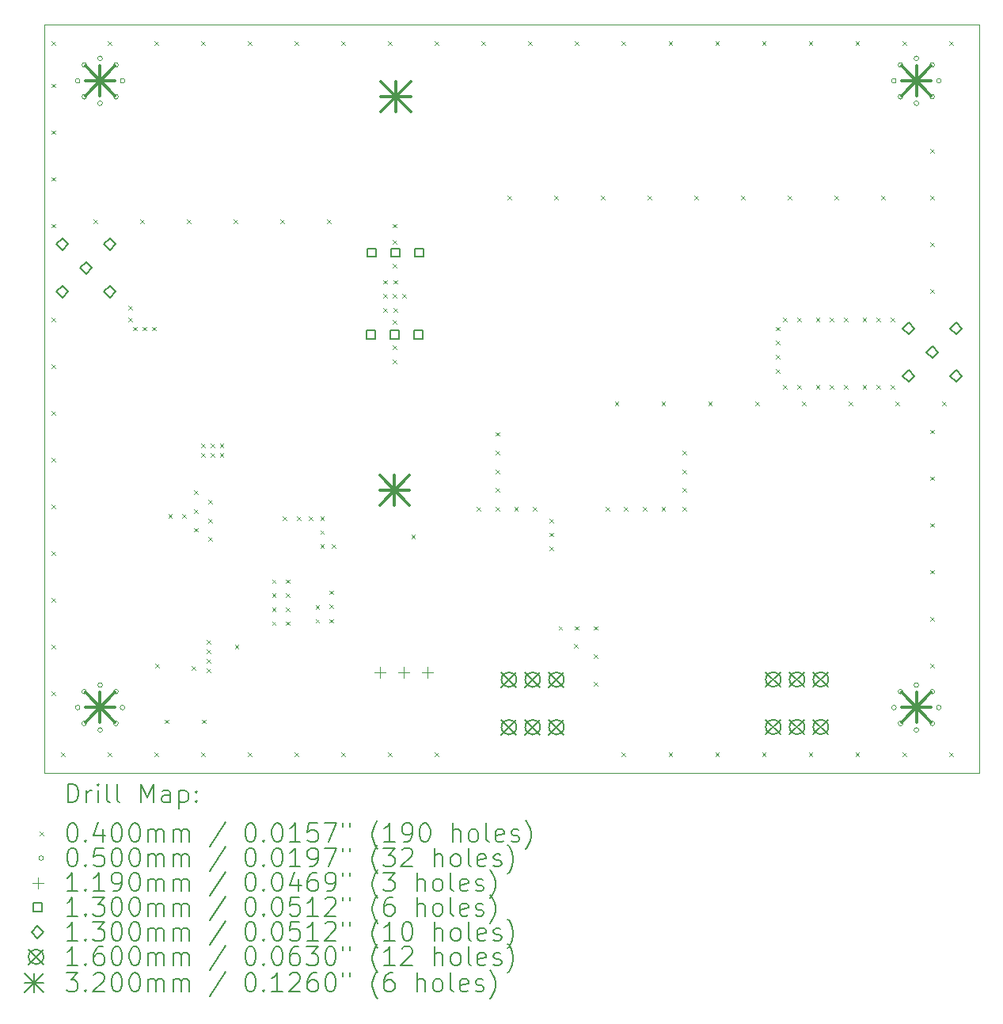
<source format=gbr>
%TF.GenerationSoftware,KiCad,Pcbnew,8.0.1*%
%TF.CreationDate,2024-04-29T11:21:12+02:00*%
%TF.ProjectId,MUNIN 100,4d554e49-4e20-4313-9030-2e6b69636164,0*%
%TF.SameCoordinates,Original*%
%TF.FileFunction,Drillmap*%
%TF.FilePolarity,Positive*%
%FSLAX45Y45*%
G04 Gerber Fmt 4.5, Leading zero omitted, Abs format (unit mm)*
G04 Created by KiCad (PCBNEW 8.0.1) date 2024-04-29 11:21:12*
%MOMM*%
%LPD*%
G01*
G04 APERTURE LIST*
%ADD10C,0.100000*%
%ADD11C,0.200000*%
%ADD12C,0.119000*%
%ADD13C,0.130000*%
%ADD14C,0.130048*%
%ADD15C,0.160000*%
%ADD16C,0.320000*%
G04 APERTURE END LIST*
D10*
X14500000Y-15500000D02*
X4500000Y-15500000D01*
X14500000Y-7500000D02*
X14500000Y-15500000D01*
X4500000Y-15500000D02*
X4500000Y-7500000D01*
X4500000Y-7500000D02*
X14500000Y-7500000D01*
D11*
D10*
X4580000Y-7680000D02*
X4620000Y-7720000D01*
X4620000Y-7680000D02*
X4580000Y-7720000D01*
X4580000Y-8130000D02*
X4620000Y-8170000D01*
X4620000Y-8130000D02*
X4580000Y-8170000D01*
X4580000Y-8630000D02*
X4620000Y-8670000D01*
X4620000Y-8630000D02*
X4580000Y-8670000D01*
X4580000Y-9130000D02*
X4620000Y-9170000D01*
X4620000Y-9130000D02*
X4580000Y-9170000D01*
X4580000Y-9630000D02*
X4620000Y-9670000D01*
X4620000Y-9630000D02*
X4580000Y-9670000D01*
X4580000Y-10630000D02*
X4620000Y-10670000D01*
X4620000Y-10630000D02*
X4580000Y-10670000D01*
X4580000Y-11130000D02*
X4620000Y-11170000D01*
X4620000Y-11130000D02*
X4580000Y-11170000D01*
X4580000Y-11630000D02*
X4620000Y-11670000D01*
X4620000Y-11630000D02*
X4580000Y-11670000D01*
X4580000Y-12130000D02*
X4620000Y-12170000D01*
X4620000Y-12130000D02*
X4580000Y-12170000D01*
X4580000Y-12630000D02*
X4620000Y-12670000D01*
X4620000Y-12630000D02*
X4580000Y-12670000D01*
X4580000Y-13130000D02*
X4620000Y-13170000D01*
X4620000Y-13130000D02*
X4580000Y-13170000D01*
X4580000Y-13630000D02*
X4620000Y-13670000D01*
X4620000Y-13630000D02*
X4580000Y-13670000D01*
X4580000Y-14130000D02*
X4620000Y-14170000D01*
X4620000Y-14130000D02*
X4580000Y-14170000D01*
X4580000Y-14630000D02*
X4620000Y-14670000D01*
X4620000Y-14630000D02*
X4580000Y-14670000D01*
X4680000Y-15280000D02*
X4720000Y-15320000D01*
X4720000Y-15280000D02*
X4680000Y-15320000D01*
X5030000Y-9580000D02*
X5070000Y-9620000D01*
X5070000Y-9580000D02*
X5030000Y-9620000D01*
X5180000Y-7680000D02*
X5220000Y-7720000D01*
X5220000Y-7680000D02*
X5180000Y-7720000D01*
X5180000Y-15280000D02*
X5220000Y-15320000D01*
X5220000Y-15280000D02*
X5180000Y-15320000D01*
X5405000Y-10505000D02*
X5445000Y-10545000D01*
X5445000Y-10505000D02*
X5405000Y-10545000D01*
X5405000Y-10630000D02*
X5445000Y-10670000D01*
X5445000Y-10630000D02*
X5405000Y-10670000D01*
X5455000Y-10730000D02*
X5495000Y-10770000D01*
X5495000Y-10730000D02*
X5455000Y-10770000D01*
X5530000Y-9580000D02*
X5570000Y-9620000D01*
X5570000Y-9580000D02*
X5530000Y-9620000D01*
X5555000Y-10730000D02*
X5595000Y-10770000D01*
X5595000Y-10730000D02*
X5555000Y-10770000D01*
X5655000Y-10730000D02*
X5695000Y-10770000D01*
X5695000Y-10730000D02*
X5655000Y-10770000D01*
X5680000Y-7680000D02*
X5720000Y-7720000D01*
X5720000Y-7680000D02*
X5680000Y-7720000D01*
X5680000Y-15280000D02*
X5720000Y-15320000D01*
X5720000Y-15280000D02*
X5680000Y-15320000D01*
X5690000Y-14330000D02*
X5730000Y-14370000D01*
X5730000Y-14330000D02*
X5690000Y-14370000D01*
X5790000Y-14930000D02*
X5830000Y-14970000D01*
X5830000Y-14930000D02*
X5790000Y-14970000D01*
X5830000Y-12730000D02*
X5870000Y-12770000D01*
X5870000Y-12730000D02*
X5830000Y-12770000D01*
X5980000Y-12730000D02*
X6020000Y-12770000D01*
X6020000Y-12730000D02*
X5980000Y-12770000D01*
X6030000Y-9580000D02*
X6070000Y-9620000D01*
X6070000Y-9580000D02*
X6030000Y-9620000D01*
X6080000Y-14355000D02*
X6120000Y-14395000D01*
X6120000Y-14355000D02*
X6080000Y-14395000D01*
X6105000Y-12480000D02*
X6145000Y-12520000D01*
X6145000Y-12480000D02*
X6105000Y-12520000D01*
X6105000Y-12680000D02*
X6145000Y-12720000D01*
X6145000Y-12680000D02*
X6105000Y-12720000D01*
X6105000Y-12880000D02*
X6145000Y-12920000D01*
X6145000Y-12880000D02*
X6105000Y-12920000D01*
X6180000Y-7680000D02*
X6220000Y-7720000D01*
X6220000Y-7680000D02*
X6180000Y-7720000D01*
X6180000Y-11980000D02*
X6220000Y-12020000D01*
X6220000Y-11980000D02*
X6180000Y-12020000D01*
X6180000Y-12080000D02*
X6220000Y-12120000D01*
X6220000Y-12080000D02*
X6180000Y-12120000D01*
X6180000Y-15280000D02*
X6220000Y-15320000D01*
X6220000Y-15280000D02*
X6180000Y-15320000D01*
X6190000Y-14930000D02*
X6230000Y-14970000D01*
X6230000Y-14930000D02*
X6190000Y-14970000D01*
X6240000Y-14080000D02*
X6280000Y-14120000D01*
X6280000Y-14080000D02*
X6240000Y-14120000D01*
X6240000Y-14180000D02*
X6280000Y-14220000D01*
X6280000Y-14180000D02*
X6240000Y-14220000D01*
X6240000Y-14280000D02*
X6280000Y-14320000D01*
X6280000Y-14280000D02*
X6240000Y-14320000D01*
X6240000Y-14380000D02*
X6280000Y-14420000D01*
X6280000Y-14380000D02*
X6240000Y-14420000D01*
X6255000Y-12580000D02*
X6295000Y-12620000D01*
X6295000Y-12580000D02*
X6255000Y-12620000D01*
X6255000Y-12780000D02*
X6295000Y-12820000D01*
X6295000Y-12780000D02*
X6255000Y-12820000D01*
X6255000Y-12980000D02*
X6295000Y-13020000D01*
X6295000Y-12980000D02*
X6255000Y-13020000D01*
X6280000Y-11980000D02*
X6320000Y-12020000D01*
X6320000Y-11980000D02*
X6280000Y-12020000D01*
X6280000Y-12080000D02*
X6320000Y-12120000D01*
X6320000Y-12080000D02*
X6280000Y-12120000D01*
X6380000Y-11980000D02*
X6420000Y-12020000D01*
X6420000Y-11980000D02*
X6380000Y-12020000D01*
X6380000Y-12080000D02*
X6420000Y-12120000D01*
X6420000Y-12080000D02*
X6380000Y-12120000D01*
X6530000Y-9580000D02*
X6570000Y-9620000D01*
X6570000Y-9580000D02*
X6530000Y-9620000D01*
X6540000Y-14130000D02*
X6580000Y-14170000D01*
X6580000Y-14130000D02*
X6540000Y-14170000D01*
X6680000Y-7680000D02*
X6720000Y-7720000D01*
X6720000Y-7680000D02*
X6680000Y-7720000D01*
X6680000Y-15280000D02*
X6720000Y-15320000D01*
X6720000Y-15280000D02*
X6680000Y-15320000D01*
X6940000Y-13430000D02*
X6980000Y-13470000D01*
X6980000Y-13430000D02*
X6940000Y-13470000D01*
X6940000Y-13580000D02*
X6980000Y-13620000D01*
X6980000Y-13580000D02*
X6940000Y-13620000D01*
X6940000Y-13730000D02*
X6980000Y-13770000D01*
X6980000Y-13730000D02*
X6940000Y-13770000D01*
X6940000Y-13880000D02*
X6980000Y-13920000D01*
X6980000Y-13880000D02*
X6940000Y-13920000D01*
X7030000Y-9580000D02*
X7070000Y-9620000D01*
X7070000Y-9580000D02*
X7030000Y-9620000D01*
X7055000Y-12755000D02*
X7095000Y-12795000D01*
X7095000Y-12755000D02*
X7055000Y-12795000D01*
X7090000Y-13430000D02*
X7130000Y-13470000D01*
X7130000Y-13430000D02*
X7090000Y-13470000D01*
X7090000Y-13580000D02*
X7130000Y-13620000D01*
X7130000Y-13580000D02*
X7090000Y-13620000D01*
X7090000Y-13730000D02*
X7130000Y-13770000D01*
X7130000Y-13730000D02*
X7090000Y-13770000D01*
X7090000Y-13880000D02*
X7130000Y-13920000D01*
X7130000Y-13880000D02*
X7090000Y-13920000D01*
X7180000Y-7680000D02*
X7220000Y-7720000D01*
X7220000Y-7680000D02*
X7180000Y-7720000D01*
X7180000Y-15280000D02*
X7220000Y-15320000D01*
X7220000Y-15280000D02*
X7180000Y-15320000D01*
X7205000Y-12755000D02*
X7245000Y-12795000D01*
X7245000Y-12755000D02*
X7205000Y-12795000D01*
X7330000Y-12755000D02*
X7370000Y-12795000D01*
X7370000Y-12755000D02*
X7330000Y-12795000D01*
X7405000Y-13705000D02*
X7445000Y-13745000D01*
X7445000Y-13705000D02*
X7405000Y-13745000D01*
X7405000Y-13855000D02*
X7445000Y-13895000D01*
X7445000Y-13855000D02*
X7405000Y-13895000D01*
X7455000Y-12755000D02*
X7495000Y-12795000D01*
X7495000Y-12755000D02*
X7455000Y-12795000D01*
X7455000Y-12905000D02*
X7495000Y-12945000D01*
X7495000Y-12905000D02*
X7455000Y-12945000D01*
X7455000Y-13055000D02*
X7495000Y-13095000D01*
X7495000Y-13055000D02*
X7455000Y-13095000D01*
X7530000Y-9580000D02*
X7570000Y-9620000D01*
X7570000Y-9580000D02*
X7530000Y-9620000D01*
X7555000Y-13550000D02*
X7595000Y-13590000D01*
X7595000Y-13550000D02*
X7555000Y-13590000D01*
X7555000Y-13700000D02*
X7595000Y-13740000D01*
X7595000Y-13700000D02*
X7555000Y-13740000D01*
X7555000Y-13855000D02*
X7595000Y-13895000D01*
X7595000Y-13855000D02*
X7555000Y-13895000D01*
X7580000Y-13055000D02*
X7620000Y-13095000D01*
X7620000Y-13055000D02*
X7580000Y-13095000D01*
X7680000Y-7680000D02*
X7720000Y-7720000D01*
X7720000Y-7680000D02*
X7680000Y-7720000D01*
X7680000Y-15280000D02*
X7720000Y-15320000D01*
X7720000Y-15280000D02*
X7680000Y-15320000D01*
X8130000Y-10230000D02*
X8170000Y-10270000D01*
X8170000Y-10230000D02*
X8130000Y-10270000D01*
X8130000Y-10380000D02*
X8170000Y-10420000D01*
X8170000Y-10380000D02*
X8130000Y-10420000D01*
X8130000Y-10530000D02*
X8170000Y-10570000D01*
X8170000Y-10530000D02*
X8130000Y-10570000D01*
X8180000Y-7680000D02*
X8220000Y-7720000D01*
X8220000Y-7680000D02*
X8180000Y-7720000D01*
X8180000Y-15280000D02*
X8220000Y-15320000D01*
X8220000Y-15280000D02*
X8180000Y-15320000D01*
X8230000Y-9630000D02*
X8270000Y-9670000D01*
X8270000Y-9630000D02*
X8230000Y-9670000D01*
X8230000Y-9805000D02*
X8270000Y-9845000D01*
X8270000Y-9805000D02*
X8230000Y-9845000D01*
X8230000Y-10055000D02*
X8270000Y-10095000D01*
X8270000Y-10055000D02*
X8230000Y-10095000D01*
X8230000Y-10380000D02*
X8270000Y-10420000D01*
X8270000Y-10380000D02*
X8230000Y-10420000D01*
X8230000Y-10655000D02*
X8270000Y-10695000D01*
X8270000Y-10655000D02*
X8230000Y-10695000D01*
X8230000Y-10930000D02*
X8270000Y-10970000D01*
X8270000Y-10930000D02*
X8230000Y-10970000D01*
X8230000Y-11080000D02*
X8270000Y-11120000D01*
X8270000Y-11080000D02*
X8230000Y-11120000D01*
X8240000Y-10230000D02*
X8280000Y-10270000D01*
X8280000Y-10230000D02*
X8240000Y-10270000D01*
X8240000Y-10530000D02*
X8280000Y-10570000D01*
X8280000Y-10530000D02*
X8240000Y-10570000D01*
X8330000Y-10380000D02*
X8370000Y-10420000D01*
X8370000Y-10380000D02*
X8330000Y-10420000D01*
X8430000Y-12950000D02*
X8470000Y-12990000D01*
X8470000Y-12950000D02*
X8430000Y-12990000D01*
X8680000Y-7680000D02*
X8720000Y-7720000D01*
X8720000Y-7680000D02*
X8680000Y-7720000D01*
X8680000Y-15280000D02*
X8720000Y-15320000D01*
X8720000Y-15280000D02*
X8680000Y-15320000D01*
X9130000Y-12655000D02*
X9170000Y-12695000D01*
X9170000Y-12655000D02*
X9130000Y-12695000D01*
X9180000Y-7680000D02*
X9220000Y-7720000D01*
X9220000Y-7680000D02*
X9180000Y-7720000D01*
X9330000Y-11855000D02*
X9370000Y-11895000D01*
X9370000Y-11855000D02*
X9330000Y-11895000D01*
X9330000Y-12055000D02*
X9370000Y-12095000D01*
X9370000Y-12055000D02*
X9330000Y-12095000D01*
X9330000Y-12255000D02*
X9370000Y-12295000D01*
X9370000Y-12255000D02*
X9330000Y-12295000D01*
X9330000Y-12455000D02*
X9370000Y-12495000D01*
X9370000Y-12455000D02*
X9330000Y-12495000D01*
X9330000Y-12655000D02*
X9370000Y-12695000D01*
X9370000Y-12655000D02*
X9330000Y-12695000D01*
X9455000Y-9330000D02*
X9495000Y-9370000D01*
X9495000Y-9330000D02*
X9455000Y-9370000D01*
X9530000Y-12655000D02*
X9570000Y-12695000D01*
X9570000Y-12655000D02*
X9530000Y-12695000D01*
X9680000Y-7680000D02*
X9720000Y-7720000D01*
X9720000Y-7680000D02*
X9680000Y-7720000D01*
X9730000Y-12655000D02*
X9770000Y-12695000D01*
X9770000Y-12655000D02*
X9730000Y-12695000D01*
X9905000Y-12780000D02*
X9945000Y-12820000D01*
X9945000Y-12780000D02*
X9905000Y-12820000D01*
X9905000Y-12930000D02*
X9945000Y-12970000D01*
X9945000Y-12930000D02*
X9905000Y-12970000D01*
X9905000Y-13080000D02*
X9945000Y-13120000D01*
X9945000Y-13080000D02*
X9905000Y-13120000D01*
X9955000Y-9330000D02*
X9995000Y-9370000D01*
X9995000Y-9330000D02*
X9955000Y-9370000D01*
X10005000Y-13930000D02*
X10045000Y-13970000D01*
X10045000Y-13930000D02*
X10005000Y-13970000D01*
X10170000Y-14120000D02*
X10210000Y-14160000D01*
X10210000Y-14120000D02*
X10170000Y-14160000D01*
X10180000Y-7680000D02*
X10220000Y-7720000D01*
X10220000Y-7680000D02*
X10180000Y-7720000D01*
X10180000Y-13930000D02*
X10220000Y-13970000D01*
X10220000Y-13930000D02*
X10180000Y-13970000D01*
X10380000Y-13930000D02*
X10420000Y-13970000D01*
X10420000Y-13930000D02*
X10380000Y-13970000D01*
X10380000Y-14230000D02*
X10420000Y-14270000D01*
X10420000Y-14230000D02*
X10380000Y-14270000D01*
X10380000Y-14530000D02*
X10420000Y-14570000D01*
X10420000Y-14530000D02*
X10380000Y-14570000D01*
X10455000Y-9330000D02*
X10495000Y-9370000D01*
X10495000Y-9330000D02*
X10455000Y-9370000D01*
X10505000Y-12655000D02*
X10545000Y-12695000D01*
X10545000Y-12655000D02*
X10505000Y-12695000D01*
X10605000Y-11530000D02*
X10645000Y-11570000D01*
X10645000Y-11530000D02*
X10605000Y-11570000D01*
X10680000Y-7680000D02*
X10720000Y-7720000D01*
X10720000Y-7680000D02*
X10680000Y-7720000D01*
X10680000Y-15280000D02*
X10720000Y-15320000D01*
X10720000Y-15280000D02*
X10680000Y-15320000D01*
X10705000Y-12655000D02*
X10745000Y-12695000D01*
X10745000Y-12655000D02*
X10705000Y-12695000D01*
X10905000Y-12655000D02*
X10945000Y-12695000D01*
X10945000Y-12655000D02*
X10905000Y-12695000D01*
X10955000Y-9330000D02*
X10995000Y-9370000D01*
X10995000Y-9330000D02*
X10955000Y-9370000D01*
X11105000Y-11530000D02*
X11145000Y-11570000D01*
X11145000Y-11530000D02*
X11105000Y-11570000D01*
X11105000Y-12655000D02*
X11145000Y-12695000D01*
X11145000Y-12655000D02*
X11105000Y-12695000D01*
X11180000Y-7680000D02*
X11220000Y-7720000D01*
X11220000Y-7680000D02*
X11180000Y-7720000D01*
X11180000Y-15280000D02*
X11220000Y-15320000D01*
X11220000Y-15280000D02*
X11180000Y-15320000D01*
X11330000Y-12055000D02*
X11370000Y-12095000D01*
X11370000Y-12055000D02*
X11330000Y-12095000D01*
X11330000Y-12255000D02*
X11370000Y-12295000D01*
X11370000Y-12255000D02*
X11330000Y-12295000D01*
X11330000Y-12455000D02*
X11370000Y-12495000D01*
X11370000Y-12455000D02*
X11330000Y-12495000D01*
X11330000Y-12655000D02*
X11370000Y-12695000D01*
X11370000Y-12655000D02*
X11330000Y-12695000D01*
X11455000Y-9330000D02*
X11495000Y-9370000D01*
X11495000Y-9330000D02*
X11455000Y-9370000D01*
X11605000Y-11530000D02*
X11645000Y-11570000D01*
X11645000Y-11530000D02*
X11605000Y-11570000D01*
X11680000Y-7680000D02*
X11720000Y-7720000D01*
X11720000Y-7680000D02*
X11680000Y-7720000D01*
X11680000Y-15280000D02*
X11720000Y-15320000D01*
X11720000Y-15280000D02*
X11680000Y-15320000D01*
X11955000Y-9330000D02*
X11995000Y-9370000D01*
X11995000Y-9330000D02*
X11955000Y-9370000D01*
X12105000Y-11530000D02*
X12145000Y-11570000D01*
X12145000Y-11530000D02*
X12105000Y-11570000D01*
X12180000Y-7680000D02*
X12220000Y-7720000D01*
X12220000Y-7680000D02*
X12180000Y-7720000D01*
X12180000Y-15280000D02*
X12220000Y-15320000D01*
X12220000Y-15280000D02*
X12180000Y-15320000D01*
X12330000Y-10730000D02*
X12370000Y-10770000D01*
X12370000Y-10730000D02*
X12330000Y-10770000D01*
X12330000Y-10880000D02*
X12370000Y-10920000D01*
X12370000Y-10880000D02*
X12330000Y-10920000D01*
X12330000Y-11030000D02*
X12370000Y-11070000D01*
X12370000Y-11030000D02*
X12330000Y-11070000D01*
X12330000Y-11180000D02*
X12370000Y-11220000D01*
X12370000Y-11180000D02*
X12330000Y-11220000D01*
X12405000Y-10630000D02*
X12445000Y-10670000D01*
X12445000Y-10630000D02*
X12405000Y-10670000D01*
X12405000Y-11355000D02*
X12445000Y-11395000D01*
X12445000Y-11355000D02*
X12405000Y-11395000D01*
X12455000Y-9330000D02*
X12495000Y-9370000D01*
X12495000Y-9330000D02*
X12455000Y-9370000D01*
X12555000Y-10630000D02*
X12595000Y-10670000D01*
X12595000Y-10630000D02*
X12555000Y-10670000D01*
X12555000Y-11355000D02*
X12595000Y-11395000D01*
X12595000Y-11355000D02*
X12555000Y-11395000D01*
X12605000Y-11530000D02*
X12645000Y-11570000D01*
X12645000Y-11530000D02*
X12605000Y-11570000D01*
X12680000Y-7680000D02*
X12720000Y-7720000D01*
X12720000Y-7680000D02*
X12680000Y-7720000D01*
X12680000Y-15280000D02*
X12720000Y-15320000D01*
X12720000Y-15280000D02*
X12680000Y-15320000D01*
X12755000Y-10630000D02*
X12795000Y-10670000D01*
X12795000Y-10630000D02*
X12755000Y-10670000D01*
X12755000Y-11355000D02*
X12795000Y-11395000D01*
X12795000Y-11355000D02*
X12755000Y-11395000D01*
X12905000Y-10630000D02*
X12945000Y-10670000D01*
X12945000Y-10630000D02*
X12905000Y-10670000D01*
X12905000Y-11355000D02*
X12945000Y-11395000D01*
X12945000Y-11355000D02*
X12905000Y-11395000D01*
X12955000Y-9330000D02*
X12995000Y-9370000D01*
X12995000Y-9330000D02*
X12955000Y-9370000D01*
X13055000Y-10630000D02*
X13095000Y-10670000D01*
X13095000Y-10630000D02*
X13055000Y-10670000D01*
X13055000Y-11355000D02*
X13095000Y-11395000D01*
X13095000Y-11355000D02*
X13055000Y-11395000D01*
X13105000Y-11530000D02*
X13145000Y-11570000D01*
X13145000Y-11530000D02*
X13105000Y-11570000D01*
X13180000Y-7680000D02*
X13220000Y-7720000D01*
X13220000Y-7680000D02*
X13180000Y-7720000D01*
X13180000Y-15280000D02*
X13220000Y-15320000D01*
X13220000Y-15280000D02*
X13180000Y-15320000D01*
X13255000Y-10630000D02*
X13295000Y-10670000D01*
X13295000Y-10630000D02*
X13255000Y-10670000D01*
X13255000Y-11355000D02*
X13295000Y-11395000D01*
X13295000Y-11355000D02*
X13255000Y-11395000D01*
X13405000Y-10630000D02*
X13445000Y-10670000D01*
X13445000Y-10630000D02*
X13405000Y-10670000D01*
X13405000Y-11355000D02*
X13445000Y-11395000D01*
X13445000Y-11355000D02*
X13405000Y-11395000D01*
X13455000Y-9330000D02*
X13495000Y-9370000D01*
X13495000Y-9330000D02*
X13455000Y-9370000D01*
X13555000Y-10630000D02*
X13595000Y-10670000D01*
X13595000Y-10630000D02*
X13555000Y-10670000D01*
X13555000Y-11355000D02*
X13595000Y-11395000D01*
X13595000Y-11355000D02*
X13555000Y-11395000D01*
X13605000Y-11530000D02*
X13645000Y-11570000D01*
X13645000Y-11530000D02*
X13605000Y-11570000D01*
X13680000Y-7680000D02*
X13720000Y-7720000D01*
X13720000Y-7680000D02*
X13680000Y-7720000D01*
X13680000Y-15280000D02*
X13720000Y-15320000D01*
X13720000Y-15280000D02*
X13680000Y-15320000D01*
X13980000Y-8830000D02*
X14020000Y-8870000D01*
X14020000Y-8830000D02*
X13980000Y-8870000D01*
X13980000Y-9330000D02*
X14020000Y-9370000D01*
X14020000Y-9330000D02*
X13980000Y-9370000D01*
X13980000Y-9830000D02*
X14020000Y-9870000D01*
X14020000Y-9830000D02*
X13980000Y-9870000D01*
X13980000Y-10330000D02*
X14020000Y-10370000D01*
X14020000Y-10330000D02*
X13980000Y-10370000D01*
X13980000Y-11830000D02*
X14020000Y-11870000D01*
X14020000Y-11830000D02*
X13980000Y-11870000D01*
X13980000Y-12330000D02*
X14020000Y-12370000D01*
X14020000Y-12330000D02*
X13980000Y-12370000D01*
X13980000Y-12830000D02*
X14020000Y-12870000D01*
X14020000Y-12830000D02*
X13980000Y-12870000D01*
X13980000Y-13330000D02*
X14020000Y-13370000D01*
X14020000Y-13330000D02*
X13980000Y-13370000D01*
X13980000Y-13830000D02*
X14020000Y-13870000D01*
X14020000Y-13830000D02*
X13980000Y-13870000D01*
X13980000Y-14330000D02*
X14020000Y-14370000D01*
X14020000Y-14330000D02*
X13980000Y-14370000D01*
X14105000Y-11530000D02*
X14145000Y-11570000D01*
X14145000Y-11530000D02*
X14105000Y-11570000D01*
X14180000Y-7680000D02*
X14220000Y-7720000D01*
X14220000Y-7680000D02*
X14180000Y-7720000D01*
X14180000Y-15280000D02*
X14220000Y-15320000D01*
X14220000Y-15280000D02*
X14180000Y-15320000D01*
X4885000Y-8100000D02*
G75*
G02*
X4835000Y-8100000I-25000J0D01*
G01*
X4835000Y-8100000D02*
G75*
G02*
X4885000Y-8100000I25000J0D01*
G01*
X4885000Y-14800000D02*
G75*
G02*
X4835000Y-14800000I-25000J0D01*
G01*
X4835000Y-14800000D02*
G75*
G02*
X4885000Y-14800000I25000J0D01*
G01*
X4955294Y-7930294D02*
G75*
G02*
X4905294Y-7930294I-25000J0D01*
G01*
X4905294Y-7930294D02*
G75*
G02*
X4955294Y-7930294I25000J0D01*
G01*
X4955294Y-8269706D02*
G75*
G02*
X4905294Y-8269706I-25000J0D01*
G01*
X4905294Y-8269706D02*
G75*
G02*
X4955294Y-8269706I25000J0D01*
G01*
X4955294Y-14630294D02*
G75*
G02*
X4905294Y-14630294I-25000J0D01*
G01*
X4905294Y-14630294D02*
G75*
G02*
X4955294Y-14630294I25000J0D01*
G01*
X4955294Y-14969706D02*
G75*
G02*
X4905294Y-14969706I-25000J0D01*
G01*
X4905294Y-14969706D02*
G75*
G02*
X4955294Y-14969706I25000J0D01*
G01*
X5125000Y-7860000D02*
G75*
G02*
X5075000Y-7860000I-25000J0D01*
G01*
X5075000Y-7860000D02*
G75*
G02*
X5125000Y-7860000I25000J0D01*
G01*
X5125000Y-8340000D02*
G75*
G02*
X5075000Y-8340000I-25000J0D01*
G01*
X5075000Y-8340000D02*
G75*
G02*
X5125000Y-8340000I25000J0D01*
G01*
X5125000Y-14560000D02*
G75*
G02*
X5075000Y-14560000I-25000J0D01*
G01*
X5075000Y-14560000D02*
G75*
G02*
X5125000Y-14560000I25000J0D01*
G01*
X5125000Y-15040000D02*
G75*
G02*
X5075000Y-15040000I-25000J0D01*
G01*
X5075000Y-15040000D02*
G75*
G02*
X5125000Y-15040000I25000J0D01*
G01*
X5294706Y-7930294D02*
G75*
G02*
X5244706Y-7930294I-25000J0D01*
G01*
X5244706Y-7930294D02*
G75*
G02*
X5294706Y-7930294I25000J0D01*
G01*
X5294706Y-8269706D02*
G75*
G02*
X5244706Y-8269706I-25000J0D01*
G01*
X5244706Y-8269706D02*
G75*
G02*
X5294706Y-8269706I25000J0D01*
G01*
X5294706Y-14630294D02*
G75*
G02*
X5244706Y-14630294I-25000J0D01*
G01*
X5244706Y-14630294D02*
G75*
G02*
X5294706Y-14630294I25000J0D01*
G01*
X5294706Y-14969706D02*
G75*
G02*
X5244706Y-14969706I-25000J0D01*
G01*
X5244706Y-14969706D02*
G75*
G02*
X5294706Y-14969706I25000J0D01*
G01*
X5365000Y-8100000D02*
G75*
G02*
X5315000Y-8100000I-25000J0D01*
G01*
X5315000Y-8100000D02*
G75*
G02*
X5365000Y-8100000I25000J0D01*
G01*
X5365000Y-14800000D02*
G75*
G02*
X5315000Y-14800000I-25000J0D01*
G01*
X5315000Y-14800000D02*
G75*
G02*
X5365000Y-14800000I25000J0D01*
G01*
X13615294Y-8100000D02*
G75*
G02*
X13565294Y-8100000I-25000J0D01*
G01*
X13565294Y-8100000D02*
G75*
G02*
X13615294Y-8100000I25000J0D01*
G01*
X13615294Y-14800000D02*
G75*
G02*
X13565294Y-14800000I-25000J0D01*
G01*
X13565294Y-14800000D02*
G75*
G02*
X13615294Y-14800000I25000J0D01*
G01*
X13685589Y-7930294D02*
G75*
G02*
X13635589Y-7930294I-25000J0D01*
G01*
X13635589Y-7930294D02*
G75*
G02*
X13685589Y-7930294I25000J0D01*
G01*
X13685589Y-8269706D02*
G75*
G02*
X13635589Y-8269706I-25000J0D01*
G01*
X13635589Y-8269706D02*
G75*
G02*
X13685589Y-8269706I25000J0D01*
G01*
X13685589Y-14630294D02*
G75*
G02*
X13635589Y-14630294I-25000J0D01*
G01*
X13635589Y-14630294D02*
G75*
G02*
X13685589Y-14630294I25000J0D01*
G01*
X13685589Y-14969706D02*
G75*
G02*
X13635589Y-14969706I-25000J0D01*
G01*
X13635589Y-14969706D02*
G75*
G02*
X13685589Y-14969706I25000J0D01*
G01*
X13855294Y-7860000D02*
G75*
G02*
X13805294Y-7860000I-25000J0D01*
G01*
X13805294Y-7860000D02*
G75*
G02*
X13855294Y-7860000I25000J0D01*
G01*
X13855294Y-8340000D02*
G75*
G02*
X13805294Y-8340000I-25000J0D01*
G01*
X13805294Y-8340000D02*
G75*
G02*
X13855294Y-8340000I25000J0D01*
G01*
X13855294Y-14560000D02*
G75*
G02*
X13805294Y-14560000I-25000J0D01*
G01*
X13805294Y-14560000D02*
G75*
G02*
X13855294Y-14560000I25000J0D01*
G01*
X13855294Y-15040000D02*
G75*
G02*
X13805294Y-15040000I-25000J0D01*
G01*
X13805294Y-15040000D02*
G75*
G02*
X13855294Y-15040000I25000J0D01*
G01*
X14025000Y-7930294D02*
G75*
G02*
X13975000Y-7930294I-25000J0D01*
G01*
X13975000Y-7930294D02*
G75*
G02*
X14025000Y-7930294I25000J0D01*
G01*
X14025000Y-8269706D02*
G75*
G02*
X13975000Y-8269706I-25000J0D01*
G01*
X13975000Y-8269706D02*
G75*
G02*
X14025000Y-8269706I25000J0D01*
G01*
X14025000Y-14630294D02*
G75*
G02*
X13975000Y-14630294I-25000J0D01*
G01*
X13975000Y-14630294D02*
G75*
G02*
X14025000Y-14630294I25000J0D01*
G01*
X14025000Y-14969706D02*
G75*
G02*
X13975000Y-14969706I-25000J0D01*
G01*
X13975000Y-14969706D02*
G75*
G02*
X14025000Y-14969706I25000J0D01*
G01*
X14095294Y-8100000D02*
G75*
G02*
X14045294Y-8100000I-25000J0D01*
G01*
X14045294Y-8100000D02*
G75*
G02*
X14095294Y-8100000I25000J0D01*
G01*
X14095294Y-14800000D02*
G75*
G02*
X14045294Y-14800000I-25000J0D01*
G01*
X14045294Y-14800000D02*
G75*
G02*
X14095294Y-14800000I25000J0D01*
G01*
D12*
X8094500Y-14365500D02*
X8094500Y-14484500D01*
X8035000Y-14425000D02*
X8154000Y-14425000D01*
X8348500Y-14365500D02*
X8348500Y-14484500D01*
X8289000Y-14425000D02*
X8408000Y-14425000D01*
X8602500Y-14365500D02*
X8602500Y-14484500D01*
X8543000Y-14425000D02*
X8662000Y-14425000D01*
D13*
X8041962Y-10859212D02*
X8041962Y-10767288D01*
X7950038Y-10767288D01*
X7950038Y-10859212D01*
X8041962Y-10859212D01*
X8051962Y-9982712D02*
X8051962Y-9890788D01*
X7960038Y-9890788D01*
X7960038Y-9982712D01*
X8051962Y-9982712D01*
X8295962Y-10859212D02*
X8295962Y-10767288D01*
X8204038Y-10767288D01*
X8204038Y-10859212D01*
X8295962Y-10859212D01*
X8305962Y-9982712D02*
X8305962Y-9890788D01*
X8214038Y-9890788D01*
X8214038Y-9982712D01*
X8305962Y-9982712D01*
X8549962Y-10859212D02*
X8549962Y-10767288D01*
X8458038Y-10767288D01*
X8458038Y-10859212D01*
X8549962Y-10859212D01*
X8559962Y-9982712D02*
X8559962Y-9890788D01*
X8468038Y-9890788D01*
X8468038Y-9982712D01*
X8559962Y-9982712D01*
D14*
X4696000Y-9911024D02*
X4761024Y-9846000D01*
X4696000Y-9780976D01*
X4630976Y-9846000D01*
X4696000Y-9911024D01*
X4696000Y-10419024D02*
X4761024Y-10354000D01*
X4696000Y-10288976D01*
X4630976Y-10354000D01*
X4696000Y-10419024D01*
X4950000Y-10165024D02*
X5015024Y-10100000D01*
X4950000Y-10034976D01*
X4884976Y-10100000D01*
X4950000Y-10165024D01*
X5204000Y-9911024D02*
X5269024Y-9846000D01*
X5204000Y-9780976D01*
X5138976Y-9846000D01*
X5204000Y-9911024D01*
X5204000Y-10419024D02*
X5269024Y-10354000D01*
X5204000Y-10288976D01*
X5138976Y-10354000D01*
X5204000Y-10419024D01*
X13746000Y-10811024D02*
X13811024Y-10746000D01*
X13746000Y-10680976D01*
X13680976Y-10746000D01*
X13746000Y-10811024D01*
X13746000Y-11319024D02*
X13811024Y-11254000D01*
X13746000Y-11188976D01*
X13680976Y-11254000D01*
X13746000Y-11319024D01*
X14000000Y-11065024D02*
X14065024Y-11000000D01*
X14000000Y-10934976D01*
X13934976Y-11000000D01*
X14000000Y-11065024D01*
X14254000Y-10811024D02*
X14319024Y-10746000D01*
X14254000Y-10680976D01*
X14188976Y-10746000D01*
X14254000Y-10811024D01*
X14254000Y-11319024D02*
X14319024Y-11254000D01*
X14254000Y-11188976D01*
X14188976Y-11254000D01*
X14254000Y-11319024D01*
D15*
X9392000Y-14422000D02*
X9552000Y-14582000D01*
X9552000Y-14422000D02*
X9392000Y-14582000D01*
X9552000Y-14502000D02*
G75*
G02*
X9392000Y-14502000I-80000J0D01*
G01*
X9392000Y-14502000D02*
G75*
G02*
X9552000Y-14502000I80000J0D01*
G01*
X9392000Y-14930000D02*
X9552000Y-15090000D01*
X9552000Y-14930000D02*
X9392000Y-15090000D01*
X9552000Y-15010000D02*
G75*
G02*
X9392000Y-15010000I-80000J0D01*
G01*
X9392000Y-15010000D02*
G75*
G02*
X9552000Y-15010000I80000J0D01*
G01*
X9646000Y-14422000D02*
X9806000Y-14582000D01*
X9806000Y-14422000D02*
X9646000Y-14582000D01*
X9806000Y-14502000D02*
G75*
G02*
X9646000Y-14502000I-80000J0D01*
G01*
X9646000Y-14502000D02*
G75*
G02*
X9806000Y-14502000I80000J0D01*
G01*
X9646000Y-14930000D02*
X9806000Y-15090000D01*
X9806000Y-14930000D02*
X9646000Y-15090000D01*
X9806000Y-15010000D02*
G75*
G02*
X9646000Y-15010000I-80000J0D01*
G01*
X9646000Y-15010000D02*
G75*
G02*
X9806000Y-15010000I80000J0D01*
G01*
X9900000Y-14422000D02*
X10060000Y-14582000D01*
X10060000Y-14422000D02*
X9900000Y-14582000D01*
X10060000Y-14502000D02*
G75*
G02*
X9900000Y-14502000I-80000J0D01*
G01*
X9900000Y-14502000D02*
G75*
G02*
X10060000Y-14502000I80000J0D01*
G01*
X9900000Y-14930000D02*
X10060000Y-15090000D01*
X10060000Y-14930000D02*
X9900000Y-15090000D01*
X10060000Y-15010000D02*
G75*
G02*
X9900000Y-15010000I-80000J0D01*
G01*
X9900000Y-15010000D02*
G75*
G02*
X10060000Y-15010000I80000J0D01*
G01*
X12220000Y-14420000D02*
X12380000Y-14580000D01*
X12380000Y-14420000D02*
X12220000Y-14580000D01*
X12380000Y-14500000D02*
G75*
G02*
X12220000Y-14500000I-80000J0D01*
G01*
X12220000Y-14500000D02*
G75*
G02*
X12380000Y-14500000I80000J0D01*
G01*
X12220000Y-14928000D02*
X12380000Y-15088000D01*
X12380000Y-14928000D02*
X12220000Y-15088000D01*
X12380000Y-15008000D02*
G75*
G02*
X12220000Y-15008000I-80000J0D01*
G01*
X12220000Y-15008000D02*
G75*
G02*
X12380000Y-15008000I80000J0D01*
G01*
X12474000Y-14420000D02*
X12634000Y-14580000D01*
X12634000Y-14420000D02*
X12474000Y-14580000D01*
X12634000Y-14500000D02*
G75*
G02*
X12474000Y-14500000I-80000J0D01*
G01*
X12474000Y-14500000D02*
G75*
G02*
X12634000Y-14500000I80000J0D01*
G01*
X12474000Y-14928000D02*
X12634000Y-15088000D01*
X12634000Y-14928000D02*
X12474000Y-15088000D01*
X12634000Y-15008000D02*
G75*
G02*
X12474000Y-15008000I-80000J0D01*
G01*
X12474000Y-15008000D02*
G75*
G02*
X12634000Y-15008000I80000J0D01*
G01*
X12728000Y-14420000D02*
X12888000Y-14580000D01*
X12888000Y-14420000D02*
X12728000Y-14580000D01*
X12888000Y-14500000D02*
G75*
G02*
X12728000Y-14500000I-80000J0D01*
G01*
X12728000Y-14500000D02*
G75*
G02*
X12888000Y-14500000I80000J0D01*
G01*
X12728000Y-14928000D02*
X12888000Y-15088000D01*
X12888000Y-14928000D02*
X12728000Y-15088000D01*
X12888000Y-15008000D02*
G75*
G02*
X12728000Y-15008000I-80000J0D01*
G01*
X12728000Y-15008000D02*
G75*
G02*
X12888000Y-15008000I80000J0D01*
G01*
D16*
X4940000Y-7940000D02*
X5260000Y-8260000D01*
X5260000Y-7940000D02*
X4940000Y-8260000D01*
X5100000Y-7940000D02*
X5100000Y-8260000D01*
X4940000Y-8100000D02*
X5260000Y-8100000D01*
X4940000Y-14640000D02*
X5260000Y-14960000D01*
X5260000Y-14640000D02*
X4940000Y-14960000D01*
X5100000Y-14640000D02*
X5100000Y-14960000D01*
X4940000Y-14800000D02*
X5260000Y-14800000D01*
X8090000Y-12319250D02*
X8410000Y-12639250D01*
X8410000Y-12319250D02*
X8090000Y-12639250D01*
X8250000Y-12319250D02*
X8250000Y-12639250D01*
X8090000Y-12479250D02*
X8410000Y-12479250D01*
X8100000Y-8110750D02*
X8420000Y-8430750D01*
X8420000Y-8110750D02*
X8100000Y-8430750D01*
X8260000Y-8110750D02*
X8260000Y-8430750D01*
X8100000Y-8270750D02*
X8420000Y-8270750D01*
X13670294Y-7940000D02*
X13990294Y-8260000D01*
X13990294Y-7940000D02*
X13670294Y-8260000D01*
X13830294Y-7940000D02*
X13830294Y-8260000D01*
X13670294Y-8100000D02*
X13990294Y-8100000D01*
X13670294Y-14640000D02*
X13990294Y-14960000D01*
X13990294Y-14640000D02*
X13670294Y-14960000D01*
X13830294Y-14640000D02*
X13830294Y-14960000D01*
X13670294Y-14800000D02*
X13990294Y-14800000D01*
D11*
X4755777Y-15816484D02*
X4755777Y-15616484D01*
X4755777Y-15616484D02*
X4803396Y-15616484D01*
X4803396Y-15616484D02*
X4831967Y-15626008D01*
X4831967Y-15626008D02*
X4851015Y-15645055D01*
X4851015Y-15645055D02*
X4860539Y-15664103D01*
X4860539Y-15664103D02*
X4870063Y-15702198D01*
X4870063Y-15702198D02*
X4870063Y-15730769D01*
X4870063Y-15730769D02*
X4860539Y-15768865D01*
X4860539Y-15768865D02*
X4851015Y-15787912D01*
X4851015Y-15787912D02*
X4831967Y-15806960D01*
X4831967Y-15806960D02*
X4803396Y-15816484D01*
X4803396Y-15816484D02*
X4755777Y-15816484D01*
X4955777Y-15816484D02*
X4955777Y-15683150D01*
X4955777Y-15721246D02*
X4965301Y-15702198D01*
X4965301Y-15702198D02*
X4974824Y-15692674D01*
X4974824Y-15692674D02*
X4993872Y-15683150D01*
X4993872Y-15683150D02*
X5012920Y-15683150D01*
X5079586Y-15816484D02*
X5079586Y-15683150D01*
X5079586Y-15616484D02*
X5070063Y-15626008D01*
X5070063Y-15626008D02*
X5079586Y-15635531D01*
X5079586Y-15635531D02*
X5089110Y-15626008D01*
X5089110Y-15626008D02*
X5079586Y-15616484D01*
X5079586Y-15616484D02*
X5079586Y-15635531D01*
X5203396Y-15816484D02*
X5184348Y-15806960D01*
X5184348Y-15806960D02*
X5174824Y-15787912D01*
X5174824Y-15787912D02*
X5174824Y-15616484D01*
X5308158Y-15816484D02*
X5289110Y-15806960D01*
X5289110Y-15806960D02*
X5279586Y-15787912D01*
X5279586Y-15787912D02*
X5279586Y-15616484D01*
X5536729Y-15816484D02*
X5536729Y-15616484D01*
X5536729Y-15616484D02*
X5603396Y-15759341D01*
X5603396Y-15759341D02*
X5670062Y-15616484D01*
X5670062Y-15616484D02*
X5670062Y-15816484D01*
X5851015Y-15816484D02*
X5851015Y-15711722D01*
X5851015Y-15711722D02*
X5841491Y-15692674D01*
X5841491Y-15692674D02*
X5822443Y-15683150D01*
X5822443Y-15683150D02*
X5784348Y-15683150D01*
X5784348Y-15683150D02*
X5765301Y-15692674D01*
X5851015Y-15806960D02*
X5831967Y-15816484D01*
X5831967Y-15816484D02*
X5784348Y-15816484D01*
X5784348Y-15816484D02*
X5765301Y-15806960D01*
X5765301Y-15806960D02*
X5755777Y-15787912D01*
X5755777Y-15787912D02*
X5755777Y-15768865D01*
X5755777Y-15768865D02*
X5765301Y-15749817D01*
X5765301Y-15749817D02*
X5784348Y-15740293D01*
X5784348Y-15740293D02*
X5831967Y-15740293D01*
X5831967Y-15740293D02*
X5851015Y-15730769D01*
X5946253Y-15683150D02*
X5946253Y-15883150D01*
X5946253Y-15692674D02*
X5965301Y-15683150D01*
X5965301Y-15683150D02*
X6003396Y-15683150D01*
X6003396Y-15683150D02*
X6022443Y-15692674D01*
X6022443Y-15692674D02*
X6031967Y-15702198D01*
X6031967Y-15702198D02*
X6041491Y-15721246D01*
X6041491Y-15721246D02*
X6041491Y-15778388D01*
X6041491Y-15778388D02*
X6031967Y-15797436D01*
X6031967Y-15797436D02*
X6022443Y-15806960D01*
X6022443Y-15806960D02*
X6003396Y-15816484D01*
X6003396Y-15816484D02*
X5965301Y-15816484D01*
X5965301Y-15816484D02*
X5946253Y-15806960D01*
X6127205Y-15797436D02*
X6136729Y-15806960D01*
X6136729Y-15806960D02*
X6127205Y-15816484D01*
X6127205Y-15816484D02*
X6117682Y-15806960D01*
X6117682Y-15806960D02*
X6127205Y-15797436D01*
X6127205Y-15797436D02*
X6127205Y-15816484D01*
X6127205Y-15692674D02*
X6136729Y-15702198D01*
X6136729Y-15702198D02*
X6127205Y-15711722D01*
X6127205Y-15711722D02*
X6117682Y-15702198D01*
X6117682Y-15702198D02*
X6127205Y-15692674D01*
X6127205Y-15692674D02*
X6127205Y-15711722D01*
D10*
X4455000Y-16125000D02*
X4495000Y-16165000D01*
X4495000Y-16125000D02*
X4455000Y-16165000D01*
D11*
X4793872Y-16036484D02*
X4812920Y-16036484D01*
X4812920Y-16036484D02*
X4831967Y-16046008D01*
X4831967Y-16046008D02*
X4841491Y-16055531D01*
X4841491Y-16055531D02*
X4851015Y-16074579D01*
X4851015Y-16074579D02*
X4860539Y-16112674D01*
X4860539Y-16112674D02*
X4860539Y-16160293D01*
X4860539Y-16160293D02*
X4851015Y-16198388D01*
X4851015Y-16198388D02*
X4841491Y-16217436D01*
X4841491Y-16217436D02*
X4831967Y-16226960D01*
X4831967Y-16226960D02*
X4812920Y-16236484D01*
X4812920Y-16236484D02*
X4793872Y-16236484D01*
X4793872Y-16236484D02*
X4774824Y-16226960D01*
X4774824Y-16226960D02*
X4765301Y-16217436D01*
X4765301Y-16217436D02*
X4755777Y-16198388D01*
X4755777Y-16198388D02*
X4746253Y-16160293D01*
X4746253Y-16160293D02*
X4746253Y-16112674D01*
X4746253Y-16112674D02*
X4755777Y-16074579D01*
X4755777Y-16074579D02*
X4765301Y-16055531D01*
X4765301Y-16055531D02*
X4774824Y-16046008D01*
X4774824Y-16046008D02*
X4793872Y-16036484D01*
X4946253Y-16217436D02*
X4955777Y-16226960D01*
X4955777Y-16226960D02*
X4946253Y-16236484D01*
X4946253Y-16236484D02*
X4936729Y-16226960D01*
X4936729Y-16226960D02*
X4946253Y-16217436D01*
X4946253Y-16217436D02*
X4946253Y-16236484D01*
X5127205Y-16103150D02*
X5127205Y-16236484D01*
X5079586Y-16026960D02*
X5031967Y-16169817D01*
X5031967Y-16169817D02*
X5155777Y-16169817D01*
X5270063Y-16036484D02*
X5289110Y-16036484D01*
X5289110Y-16036484D02*
X5308158Y-16046008D01*
X5308158Y-16046008D02*
X5317682Y-16055531D01*
X5317682Y-16055531D02*
X5327205Y-16074579D01*
X5327205Y-16074579D02*
X5336729Y-16112674D01*
X5336729Y-16112674D02*
X5336729Y-16160293D01*
X5336729Y-16160293D02*
X5327205Y-16198388D01*
X5327205Y-16198388D02*
X5317682Y-16217436D01*
X5317682Y-16217436D02*
X5308158Y-16226960D01*
X5308158Y-16226960D02*
X5289110Y-16236484D01*
X5289110Y-16236484D02*
X5270063Y-16236484D01*
X5270063Y-16236484D02*
X5251015Y-16226960D01*
X5251015Y-16226960D02*
X5241491Y-16217436D01*
X5241491Y-16217436D02*
X5231967Y-16198388D01*
X5231967Y-16198388D02*
X5222444Y-16160293D01*
X5222444Y-16160293D02*
X5222444Y-16112674D01*
X5222444Y-16112674D02*
X5231967Y-16074579D01*
X5231967Y-16074579D02*
X5241491Y-16055531D01*
X5241491Y-16055531D02*
X5251015Y-16046008D01*
X5251015Y-16046008D02*
X5270063Y-16036484D01*
X5460539Y-16036484D02*
X5479586Y-16036484D01*
X5479586Y-16036484D02*
X5498634Y-16046008D01*
X5498634Y-16046008D02*
X5508158Y-16055531D01*
X5508158Y-16055531D02*
X5517682Y-16074579D01*
X5517682Y-16074579D02*
X5527205Y-16112674D01*
X5527205Y-16112674D02*
X5527205Y-16160293D01*
X5527205Y-16160293D02*
X5517682Y-16198388D01*
X5517682Y-16198388D02*
X5508158Y-16217436D01*
X5508158Y-16217436D02*
X5498634Y-16226960D01*
X5498634Y-16226960D02*
X5479586Y-16236484D01*
X5479586Y-16236484D02*
X5460539Y-16236484D01*
X5460539Y-16236484D02*
X5441491Y-16226960D01*
X5441491Y-16226960D02*
X5431967Y-16217436D01*
X5431967Y-16217436D02*
X5422444Y-16198388D01*
X5422444Y-16198388D02*
X5412920Y-16160293D01*
X5412920Y-16160293D02*
X5412920Y-16112674D01*
X5412920Y-16112674D02*
X5422444Y-16074579D01*
X5422444Y-16074579D02*
X5431967Y-16055531D01*
X5431967Y-16055531D02*
X5441491Y-16046008D01*
X5441491Y-16046008D02*
X5460539Y-16036484D01*
X5612920Y-16236484D02*
X5612920Y-16103150D01*
X5612920Y-16122198D02*
X5622443Y-16112674D01*
X5622443Y-16112674D02*
X5641491Y-16103150D01*
X5641491Y-16103150D02*
X5670063Y-16103150D01*
X5670063Y-16103150D02*
X5689110Y-16112674D01*
X5689110Y-16112674D02*
X5698634Y-16131722D01*
X5698634Y-16131722D02*
X5698634Y-16236484D01*
X5698634Y-16131722D02*
X5708158Y-16112674D01*
X5708158Y-16112674D02*
X5727205Y-16103150D01*
X5727205Y-16103150D02*
X5755777Y-16103150D01*
X5755777Y-16103150D02*
X5774824Y-16112674D01*
X5774824Y-16112674D02*
X5784348Y-16131722D01*
X5784348Y-16131722D02*
X5784348Y-16236484D01*
X5879586Y-16236484D02*
X5879586Y-16103150D01*
X5879586Y-16122198D02*
X5889110Y-16112674D01*
X5889110Y-16112674D02*
X5908158Y-16103150D01*
X5908158Y-16103150D02*
X5936729Y-16103150D01*
X5936729Y-16103150D02*
X5955777Y-16112674D01*
X5955777Y-16112674D02*
X5965301Y-16131722D01*
X5965301Y-16131722D02*
X5965301Y-16236484D01*
X5965301Y-16131722D02*
X5974824Y-16112674D01*
X5974824Y-16112674D02*
X5993872Y-16103150D01*
X5993872Y-16103150D02*
X6022443Y-16103150D01*
X6022443Y-16103150D02*
X6041491Y-16112674D01*
X6041491Y-16112674D02*
X6051015Y-16131722D01*
X6051015Y-16131722D02*
X6051015Y-16236484D01*
X6441491Y-16026960D02*
X6270063Y-16284103D01*
X6698634Y-16036484D02*
X6717682Y-16036484D01*
X6717682Y-16036484D02*
X6736729Y-16046008D01*
X6736729Y-16046008D02*
X6746253Y-16055531D01*
X6746253Y-16055531D02*
X6755777Y-16074579D01*
X6755777Y-16074579D02*
X6765301Y-16112674D01*
X6765301Y-16112674D02*
X6765301Y-16160293D01*
X6765301Y-16160293D02*
X6755777Y-16198388D01*
X6755777Y-16198388D02*
X6746253Y-16217436D01*
X6746253Y-16217436D02*
X6736729Y-16226960D01*
X6736729Y-16226960D02*
X6717682Y-16236484D01*
X6717682Y-16236484D02*
X6698634Y-16236484D01*
X6698634Y-16236484D02*
X6679586Y-16226960D01*
X6679586Y-16226960D02*
X6670063Y-16217436D01*
X6670063Y-16217436D02*
X6660539Y-16198388D01*
X6660539Y-16198388D02*
X6651015Y-16160293D01*
X6651015Y-16160293D02*
X6651015Y-16112674D01*
X6651015Y-16112674D02*
X6660539Y-16074579D01*
X6660539Y-16074579D02*
X6670063Y-16055531D01*
X6670063Y-16055531D02*
X6679586Y-16046008D01*
X6679586Y-16046008D02*
X6698634Y-16036484D01*
X6851015Y-16217436D02*
X6860539Y-16226960D01*
X6860539Y-16226960D02*
X6851015Y-16236484D01*
X6851015Y-16236484D02*
X6841491Y-16226960D01*
X6841491Y-16226960D02*
X6851015Y-16217436D01*
X6851015Y-16217436D02*
X6851015Y-16236484D01*
X6984348Y-16036484D02*
X7003396Y-16036484D01*
X7003396Y-16036484D02*
X7022444Y-16046008D01*
X7022444Y-16046008D02*
X7031967Y-16055531D01*
X7031967Y-16055531D02*
X7041491Y-16074579D01*
X7041491Y-16074579D02*
X7051015Y-16112674D01*
X7051015Y-16112674D02*
X7051015Y-16160293D01*
X7051015Y-16160293D02*
X7041491Y-16198388D01*
X7041491Y-16198388D02*
X7031967Y-16217436D01*
X7031967Y-16217436D02*
X7022444Y-16226960D01*
X7022444Y-16226960D02*
X7003396Y-16236484D01*
X7003396Y-16236484D02*
X6984348Y-16236484D01*
X6984348Y-16236484D02*
X6965301Y-16226960D01*
X6965301Y-16226960D02*
X6955777Y-16217436D01*
X6955777Y-16217436D02*
X6946253Y-16198388D01*
X6946253Y-16198388D02*
X6936729Y-16160293D01*
X6936729Y-16160293D02*
X6936729Y-16112674D01*
X6936729Y-16112674D02*
X6946253Y-16074579D01*
X6946253Y-16074579D02*
X6955777Y-16055531D01*
X6955777Y-16055531D02*
X6965301Y-16046008D01*
X6965301Y-16046008D02*
X6984348Y-16036484D01*
X7241491Y-16236484D02*
X7127206Y-16236484D01*
X7184348Y-16236484D02*
X7184348Y-16036484D01*
X7184348Y-16036484D02*
X7165301Y-16065055D01*
X7165301Y-16065055D02*
X7146253Y-16084103D01*
X7146253Y-16084103D02*
X7127206Y-16093627D01*
X7422444Y-16036484D02*
X7327206Y-16036484D01*
X7327206Y-16036484D02*
X7317682Y-16131722D01*
X7317682Y-16131722D02*
X7327206Y-16122198D01*
X7327206Y-16122198D02*
X7346253Y-16112674D01*
X7346253Y-16112674D02*
X7393872Y-16112674D01*
X7393872Y-16112674D02*
X7412920Y-16122198D01*
X7412920Y-16122198D02*
X7422444Y-16131722D01*
X7422444Y-16131722D02*
X7431967Y-16150769D01*
X7431967Y-16150769D02*
X7431967Y-16198388D01*
X7431967Y-16198388D02*
X7422444Y-16217436D01*
X7422444Y-16217436D02*
X7412920Y-16226960D01*
X7412920Y-16226960D02*
X7393872Y-16236484D01*
X7393872Y-16236484D02*
X7346253Y-16236484D01*
X7346253Y-16236484D02*
X7327206Y-16226960D01*
X7327206Y-16226960D02*
X7317682Y-16217436D01*
X7498634Y-16036484D02*
X7631967Y-16036484D01*
X7631967Y-16036484D02*
X7546253Y-16236484D01*
X7698634Y-16036484D02*
X7698634Y-16074579D01*
X7774825Y-16036484D02*
X7774825Y-16074579D01*
X8070063Y-16312674D02*
X8060539Y-16303150D01*
X8060539Y-16303150D02*
X8041491Y-16274579D01*
X8041491Y-16274579D02*
X8031968Y-16255531D01*
X8031968Y-16255531D02*
X8022444Y-16226960D01*
X8022444Y-16226960D02*
X8012920Y-16179341D01*
X8012920Y-16179341D02*
X8012920Y-16141246D01*
X8012920Y-16141246D02*
X8022444Y-16093627D01*
X8022444Y-16093627D02*
X8031968Y-16065055D01*
X8031968Y-16065055D02*
X8041491Y-16046008D01*
X8041491Y-16046008D02*
X8060539Y-16017436D01*
X8060539Y-16017436D02*
X8070063Y-16007912D01*
X8251015Y-16236484D02*
X8136729Y-16236484D01*
X8193872Y-16236484D02*
X8193872Y-16036484D01*
X8193872Y-16036484D02*
X8174825Y-16065055D01*
X8174825Y-16065055D02*
X8155777Y-16084103D01*
X8155777Y-16084103D02*
X8136729Y-16093627D01*
X8346253Y-16236484D02*
X8384348Y-16236484D01*
X8384348Y-16236484D02*
X8403396Y-16226960D01*
X8403396Y-16226960D02*
X8412920Y-16217436D01*
X8412920Y-16217436D02*
X8431968Y-16188865D01*
X8431968Y-16188865D02*
X8441491Y-16150769D01*
X8441491Y-16150769D02*
X8441491Y-16074579D01*
X8441491Y-16074579D02*
X8431968Y-16055531D01*
X8431968Y-16055531D02*
X8422444Y-16046008D01*
X8422444Y-16046008D02*
X8403396Y-16036484D01*
X8403396Y-16036484D02*
X8365301Y-16036484D01*
X8365301Y-16036484D02*
X8346253Y-16046008D01*
X8346253Y-16046008D02*
X8336729Y-16055531D01*
X8336729Y-16055531D02*
X8327206Y-16074579D01*
X8327206Y-16074579D02*
X8327206Y-16122198D01*
X8327206Y-16122198D02*
X8336729Y-16141246D01*
X8336729Y-16141246D02*
X8346253Y-16150769D01*
X8346253Y-16150769D02*
X8365301Y-16160293D01*
X8365301Y-16160293D02*
X8403396Y-16160293D01*
X8403396Y-16160293D02*
X8422444Y-16150769D01*
X8422444Y-16150769D02*
X8431968Y-16141246D01*
X8431968Y-16141246D02*
X8441491Y-16122198D01*
X8565301Y-16036484D02*
X8584349Y-16036484D01*
X8584349Y-16036484D02*
X8603396Y-16046008D01*
X8603396Y-16046008D02*
X8612920Y-16055531D01*
X8612920Y-16055531D02*
X8622444Y-16074579D01*
X8622444Y-16074579D02*
X8631968Y-16112674D01*
X8631968Y-16112674D02*
X8631968Y-16160293D01*
X8631968Y-16160293D02*
X8622444Y-16198388D01*
X8622444Y-16198388D02*
X8612920Y-16217436D01*
X8612920Y-16217436D02*
X8603396Y-16226960D01*
X8603396Y-16226960D02*
X8584349Y-16236484D01*
X8584349Y-16236484D02*
X8565301Y-16236484D01*
X8565301Y-16236484D02*
X8546253Y-16226960D01*
X8546253Y-16226960D02*
X8536730Y-16217436D01*
X8536730Y-16217436D02*
X8527206Y-16198388D01*
X8527206Y-16198388D02*
X8517682Y-16160293D01*
X8517682Y-16160293D02*
X8517682Y-16112674D01*
X8517682Y-16112674D02*
X8527206Y-16074579D01*
X8527206Y-16074579D02*
X8536730Y-16055531D01*
X8536730Y-16055531D02*
X8546253Y-16046008D01*
X8546253Y-16046008D02*
X8565301Y-16036484D01*
X8870063Y-16236484D02*
X8870063Y-16036484D01*
X8955777Y-16236484D02*
X8955777Y-16131722D01*
X8955777Y-16131722D02*
X8946253Y-16112674D01*
X8946253Y-16112674D02*
X8927206Y-16103150D01*
X8927206Y-16103150D02*
X8898634Y-16103150D01*
X8898634Y-16103150D02*
X8879587Y-16112674D01*
X8879587Y-16112674D02*
X8870063Y-16122198D01*
X9079587Y-16236484D02*
X9060539Y-16226960D01*
X9060539Y-16226960D02*
X9051015Y-16217436D01*
X9051015Y-16217436D02*
X9041492Y-16198388D01*
X9041492Y-16198388D02*
X9041492Y-16141246D01*
X9041492Y-16141246D02*
X9051015Y-16122198D01*
X9051015Y-16122198D02*
X9060539Y-16112674D01*
X9060539Y-16112674D02*
X9079587Y-16103150D01*
X9079587Y-16103150D02*
X9108158Y-16103150D01*
X9108158Y-16103150D02*
X9127206Y-16112674D01*
X9127206Y-16112674D02*
X9136730Y-16122198D01*
X9136730Y-16122198D02*
X9146253Y-16141246D01*
X9146253Y-16141246D02*
X9146253Y-16198388D01*
X9146253Y-16198388D02*
X9136730Y-16217436D01*
X9136730Y-16217436D02*
X9127206Y-16226960D01*
X9127206Y-16226960D02*
X9108158Y-16236484D01*
X9108158Y-16236484D02*
X9079587Y-16236484D01*
X9260539Y-16236484D02*
X9241492Y-16226960D01*
X9241492Y-16226960D02*
X9231968Y-16207912D01*
X9231968Y-16207912D02*
X9231968Y-16036484D01*
X9412920Y-16226960D02*
X9393873Y-16236484D01*
X9393873Y-16236484D02*
X9355777Y-16236484D01*
X9355777Y-16236484D02*
X9336730Y-16226960D01*
X9336730Y-16226960D02*
X9327206Y-16207912D01*
X9327206Y-16207912D02*
X9327206Y-16131722D01*
X9327206Y-16131722D02*
X9336730Y-16112674D01*
X9336730Y-16112674D02*
X9355777Y-16103150D01*
X9355777Y-16103150D02*
X9393873Y-16103150D01*
X9393873Y-16103150D02*
X9412920Y-16112674D01*
X9412920Y-16112674D02*
X9422444Y-16131722D01*
X9422444Y-16131722D02*
X9422444Y-16150769D01*
X9422444Y-16150769D02*
X9327206Y-16169817D01*
X9498634Y-16226960D02*
X9517682Y-16236484D01*
X9517682Y-16236484D02*
X9555777Y-16236484D01*
X9555777Y-16236484D02*
X9574825Y-16226960D01*
X9574825Y-16226960D02*
X9584349Y-16207912D01*
X9584349Y-16207912D02*
X9584349Y-16198388D01*
X9584349Y-16198388D02*
X9574825Y-16179341D01*
X9574825Y-16179341D02*
X9555777Y-16169817D01*
X9555777Y-16169817D02*
X9527206Y-16169817D01*
X9527206Y-16169817D02*
X9508158Y-16160293D01*
X9508158Y-16160293D02*
X9498634Y-16141246D01*
X9498634Y-16141246D02*
X9498634Y-16131722D01*
X9498634Y-16131722D02*
X9508158Y-16112674D01*
X9508158Y-16112674D02*
X9527206Y-16103150D01*
X9527206Y-16103150D02*
X9555777Y-16103150D01*
X9555777Y-16103150D02*
X9574825Y-16112674D01*
X9651015Y-16312674D02*
X9660539Y-16303150D01*
X9660539Y-16303150D02*
X9679587Y-16274579D01*
X9679587Y-16274579D02*
X9689111Y-16255531D01*
X9689111Y-16255531D02*
X9698634Y-16226960D01*
X9698634Y-16226960D02*
X9708158Y-16179341D01*
X9708158Y-16179341D02*
X9708158Y-16141246D01*
X9708158Y-16141246D02*
X9698634Y-16093627D01*
X9698634Y-16093627D02*
X9689111Y-16065055D01*
X9689111Y-16065055D02*
X9679587Y-16046008D01*
X9679587Y-16046008D02*
X9660539Y-16017436D01*
X9660539Y-16017436D02*
X9651015Y-16007912D01*
D10*
X4495000Y-16409000D02*
G75*
G02*
X4445000Y-16409000I-25000J0D01*
G01*
X4445000Y-16409000D02*
G75*
G02*
X4495000Y-16409000I25000J0D01*
G01*
D11*
X4793872Y-16300484D02*
X4812920Y-16300484D01*
X4812920Y-16300484D02*
X4831967Y-16310008D01*
X4831967Y-16310008D02*
X4841491Y-16319531D01*
X4841491Y-16319531D02*
X4851015Y-16338579D01*
X4851015Y-16338579D02*
X4860539Y-16376674D01*
X4860539Y-16376674D02*
X4860539Y-16424293D01*
X4860539Y-16424293D02*
X4851015Y-16462388D01*
X4851015Y-16462388D02*
X4841491Y-16481436D01*
X4841491Y-16481436D02*
X4831967Y-16490960D01*
X4831967Y-16490960D02*
X4812920Y-16500484D01*
X4812920Y-16500484D02*
X4793872Y-16500484D01*
X4793872Y-16500484D02*
X4774824Y-16490960D01*
X4774824Y-16490960D02*
X4765301Y-16481436D01*
X4765301Y-16481436D02*
X4755777Y-16462388D01*
X4755777Y-16462388D02*
X4746253Y-16424293D01*
X4746253Y-16424293D02*
X4746253Y-16376674D01*
X4746253Y-16376674D02*
X4755777Y-16338579D01*
X4755777Y-16338579D02*
X4765301Y-16319531D01*
X4765301Y-16319531D02*
X4774824Y-16310008D01*
X4774824Y-16310008D02*
X4793872Y-16300484D01*
X4946253Y-16481436D02*
X4955777Y-16490960D01*
X4955777Y-16490960D02*
X4946253Y-16500484D01*
X4946253Y-16500484D02*
X4936729Y-16490960D01*
X4936729Y-16490960D02*
X4946253Y-16481436D01*
X4946253Y-16481436D02*
X4946253Y-16500484D01*
X5136729Y-16300484D02*
X5041491Y-16300484D01*
X5041491Y-16300484D02*
X5031967Y-16395722D01*
X5031967Y-16395722D02*
X5041491Y-16386198D01*
X5041491Y-16386198D02*
X5060539Y-16376674D01*
X5060539Y-16376674D02*
X5108158Y-16376674D01*
X5108158Y-16376674D02*
X5127205Y-16386198D01*
X5127205Y-16386198D02*
X5136729Y-16395722D01*
X5136729Y-16395722D02*
X5146253Y-16414769D01*
X5146253Y-16414769D02*
X5146253Y-16462388D01*
X5146253Y-16462388D02*
X5136729Y-16481436D01*
X5136729Y-16481436D02*
X5127205Y-16490960D01*
X5127205Y-16490960D02*
X5108158Y-16500484D01*
X5108158Y-16500484D02*
X5060539Y-16500484D01*
X5060539Y-16500484D02*
X5041491Y-16490960D01*
X5041491Y-16490960D02*
X5031967Y-16481436D01*
X5270063Y-16300484D02*
X5289110Y-16300484D01*
X5289110Y-16300484D02*
X5308158Y-16310008D01*
X5308158Y-16310008D02*
X5317682Y-16319531D01*
X5317682Y-16319531D02*
X5327205Y-16338579D01*
X5327205Y-16338579D02*
X5336729Y-16376674D01*
X5336729Y-16376674D02*
X5336729Y-16424293D01*
X5336729Y-16424293D02*
X5327205Y-16462388D01*
X5327205Y-16462388D02*
X5317682Y-16481436D01*
X5317682Y-16481436D02*
X5308158Y-16490960D01*
X5308158Y-16490960D02*
X5289110Y-16500484D01*
X5289110Y-16500484D02*
X5270063Y-16500484D01*
X5270063Y-16500484D02*
X5251015Y-16490960D01*
X5251015Y-16490960D02*
X5241491Y-16481436D01*
X5241491Y-16481436D02*
X5231967Y-16462388D01*
X5231967Y-16462388D02*
X5222444Y-16424293D01*
X5222444Y-16424293D02*
X5222444Y-16376674D01*
X5222444Y-16376674D02*
X5231967Y-16338579D01*
X5231967Y-16338579D02*
X5241491Y-16319531D01*
X5241491Y-16319531D02*
X5251015Y-16310008D01*
X5251015Y-16310008D02*
X5270063Y-16300484D01*
X5460539Y-16300484D02*
X5479586Y-16300484D01*
X5479586Y-16300484D02*
X5498634Y-16310008D01*
X5498634Y-16310008D02*
X5508158Y-16319531D01*
X5508158Y-16319531D02*
X5517682Y-16338579D01*
X5517682Y-16338579D02*
X5527205Y-16376674D01*
X5527205Y-16376674D02*
X5527205Y-16424293D01*
X5527205Y-16424293D02*
X5517682Y-16462388D01*
X5517682Y-16462388D02*
X5508158Y-16481436D01*
X5508158Y-16481436D02*
X5498634Y-16490960D01*
X5498634Y-16490960D02*
X5479586Y-16500484D01*
X5479586Y-16500484D02*
X5460539Y-16500484D01*
X5460539Y-16500484D02*
X5441491Y-16490960D01*
X5441491Y-16490960D02*
X5431967Y-16481436D01*
X5431967Y-16481436D02*
X5422444Y-16462388D01*
X5422444Y-16462388D02*
X5412920Y-16424293D01*
X5412920Y-16424293D02*
X5412920Y-16376674D01*
X5412920Y-16376674D02*
X5422444Y-16338579D01*
X5422444Y-16338579D02*
X5431967Y-16319531D01*
X5431967Y-16319531D02*
X5441491Y-16310008D01*
X5441491Y-16310008D02*
X5460539Y-16300484D01*
X5612920Y-16500484D02*
X5612920Y-16367150D01*
X5612920Y-16386198D02*
X5622443Y-16376674D01*
X5622443Y-16376674D02*
X5641491Y-16367150D01*
X5641491Y-16367150D02*
X5670063Y-16367150D01*
X5670063Y-16367150D02*
X5689110Y-16376674D01*
X5689110Y-16376674D02*
X5698634Y-16395722D01*
X5698634Y-16395722D02*
X5698634Y-16500484D01*
X5698634Y-16395722D02*
X5708158Y-16376674D01*
X5708158Y-16376674D02*
X5727205Y-16367150D01*
X5727205Y-16367150D02*
X5755777Y-16367150D01*
X5755777Y-16367150D02*
X5774824Y-16376674D01*
X5774824Y-16376674D02*
X5784348Y-16395722D01*
X5784348Y-16395722D02*
X5784348Y-16500484D01*
X5879586Y-16500484D02*
X5879586Y-16367150D01*
X5879586Y-16386198D02*
X5889110Y-16376674D01*
X5889110Y-16376674D02*
X5908158Y-16367150D01*
X5908158Y-16367150D02*
X5936729Y-16367150D01*
X5936729Y-16367150D02*
X5955777Y-16376674D01*
X5955777Y-16376674D02*
X5965301Y-16395722D01*
X5965301Y-16395722D02*
X5965301Y-16500484D01*
X5965301Y-16395722D02*
X5974824Y-16376674D01*
X5974824Y-16376674D02*
X5993872Y-16367150D01*
X5993872Y-16367150D02*
X6022443Y-16367150D01*
X6022443Y-16367150D02*
X6041491Y-16376674D01*
X6041491Y-16376674D02*
X6051015Y-16395722D01*
X6051015Y-16395722D02*
X6051015Y-16500484D01*
X6441491Y-16290960D02*
X6270063Y-16548103D01*
X6698634Y-16300484D02*
X6717682Y-16300484D01*
X6717682Y-16300484D02*
X6736729Y-16310008D01*
X6736729Y-16310008D02*
X6746253Y-16319531D01*
X6746253Y-16319531D02*
X6755777Y-16338579D01*
X6755777Y-16338579D02*
X6765301Y-16376674D01*
X6765301Y-16376674D02*
X6765301Y-16424293D01*
X6765301Y-16424293D02*
X6755777Y-16462388D01*
X6755777Y-16462388D02*
X6746253Y-16481436D01*
X6746253Y-16481436D02*
X6736729Y-16490960D01*
X6736729Y-16490960D02*
X6717682Y-16500484D01*
X6717682Y-16500484D02*
X6698634Y-16500484D01*
X6698634Y-16500484D02*
X6679586Y-16490960D01*
X6679586Y-16490960D02*
X6670063Y-16481436D01*
X6670063Y-16481436D02*
X6660539Y-16462388D01*
X6660539Y-16462388D02*
X6651015Y-16424293D01*
X6651015Y-16424293D02*
X6651015Y-16376674D01*
X6651015Y-16376674D02*
X6660539Y-16338579D01*
X6660539Y-16338579D02*
X6670063Y-16319531D01*
X6670063Y-16319531D02*
X6679586Y-16310008D01*
X6679586Y-16310008D02*
X6698634Y-16300484D01*
X6851015Y-16481436D02*
X6860539Y-16490960D01*
X6860539Y-16490960D02*
X6851015Y-16500484D01*
X6851015Y-16500484D02*
X6841491Y-16490960D01*
X6841491Y-16490960D02*
X6851015Y-16481436D01*
X6851015Y-16481436D02*
X6851015Y-16500484D01*
X6984348Y-16300484D02*
X7003396Y-16300484D01*
X7003396Y-16300484D02*
X7022444Y-16310008D01*
X7022444Y-16310008D02*
X7031967Y-16319531D01*
X7031967Y-16319531D02*
X7041491Y-16338579D01*
X7041491Y-16338579D02*
X7051015Y-16376674D01*
X7051015Y-16376674D02*
X7051015Y-16424293D01*
X7051015Y-16424293D02*
X7041491Y-16462388D01*
X7041491Y-16462388D02*
X7031967Y-16481436D01*
X7031967Y-16481436D02*
X7022444Y-16490960D01*
X7022444Y-16490960D02*
X7003396Y-16500484D01*
X7003396Y-16500484D02*
X6984348Y-16500484D01*
X6984348Y-16500484D02*
X6965301Y-16490960D01*
X6965301Y-16490960D02*
X6955777Y-16481436D01*
X6955777Y-16481436D02*
X6946253Y-16462388D01*
X6946253Y-16462388D02*
X6936729Y-16424293D01*
X6936729Y-16424293D02*
X6936729Y-16376674D01*
X6936729Y-16376674D02*
X6946253Y-16338579D01*
X6946253Y-16338579D02*
X6955777Y-16319531D01*
X6955777Y-16319531D02*
X6965301Y-16310008D01*
X6965301Y-16310008D02*
X6984348Y-16300484D01*
X7241491Y-16500484D02*
X7127206Y-16500484D01*
X7184348Y-16500484D02*
X7184348Y-16300484D01*
X7184348Y-16300484D02*
X7165301Y-16329055D01*
X7165301Y-16329055D02*
X7146253Y-16348103D01*
X7146253Y-16348103D02*
X7127206Y-16357627D01*
X7336729Y-16500484D02*
X7374825Y-16500484D01*
X7374825Y-16500484D02*
X7393872Y-16490960D01*
X7393872Y-16490960D02*
X7403396Y-16481436D01*
X7403396Y-16481436D02*
X7422444Y-16452865D01*
X7422444Y-16452865D02*
X7431967Y-16414769D01*
X7431967Y-16414769D02*
X7431967Y-16338579D01*
X7431967Y-16338579D02*
X7422444Y-16319531D01*
X7422444Y-16319531D02*
X7412920Y-16310008D01*
X7412920Y-16310008D02*
X7393872Y-16300484D01*
X7393872Y-16300484D02*
X7355777Y-16300484D01*
X7355777Y-16300484D02*
X7336729Y-16310008D01*
X7336729Y-16310008D02*
X7327206Y-16319531D01*
X7327206Y-16319531D02*
X7317682Y-16338579D01*
X7317682Y-16338579D02*
X7317682Y-16386198D01*
X7317682Y-16386198D02*
X7327206Y-16405246D01*
X7327206Y-16405246D02*
X7336729Y-16414769D01*
X7336729Y-16414769D02*
X7355777Y-16424293D01*
X7355777Y-16424293D02*
X7393872Y-16424293D01*
X7393872Y-16424293D02*
X7412920Y-16414769D01*
X7412920Y-16414769D02*
X7422444Y-16405246D01*
X7422444Y-16405246D02*
X7431967Y-16386198D01*
X7498634Y-16300484D02*
X7631967Y-16300484D01*
X7631967Y-16300484D02*
X7546253Y-16500484D01*
X7698634Y-16300484D02*
X7698634Y-16338579D01*
X7774825Y-16300484D02*
X7774825Y-16338579D01*
X8070063Y-16576674D02*
X8060539Y-16567150D01*
X8060539Y-16567150D02*
X8041491Y-16538579D01*
X8041491Y-16538579D02*
X8031968Y-16519531D01*
X8031968Y-16519531D02*
X8022444Y-16490960D01*
X8022444Y-16490960D02*
X8012920Y-16443341D01*
X8012920Y-16443341D02*
X8012920Y-16405246D01*
X8012920Y-16405246D02*
X8022444Y-16357627D01*
X8022444Y-16357627D02*
X8031968Y-16329055D01*
X8031968Y-16329055D02*
X8041491Y-16310008D01*
X8041491Y-16310008D02*
X8060539Y-16281436D01*
X8060539Y-16281436D02*
X8070063Y-16271912D01*
X8127206Y-16300484D02*
X8251015Y-16300484D01*
X8251015Y-16300484D02*
X8184348Y-16376674D01*
X8184348Y-16376674D02*
X8212920Y-16376674D01*
X8212920Y-16376674D02*
X8231968Y-16386198D01*
X8231968Y-16386198D02*
X8241491Y-16395722D01*
X8241491Y-16395722D02*
X8251015Y-16414769D01*
X8251015Y-16414769D02*
X8251015Y-16462388D01*
X8251015Y-16462388D02*
X8241491Y-16481436D01*
X8241491Y-16481436D02*
X8231968Y-16490960D01*
X8231968Y-16490960D02*
X8212920Y-16500484D01*
X8212920Y-16500484D02*
X8155777Y-16500484D01*
X8155777Y-16500484D02*
X8136729Y-16490960D01*
X8136729Y-16490960D02*
X8127206Y-16481436D01*
X8327206Y-16319531D02*
X8336729Y-16310008D01*
X8336729Y-16310008D02*
X8355777Y-16300484D01*
X8355777Y-16300484D02*
X8403396Y-16300484D01*
X8403396Y-16300484D02*
X8422444Y-16310008D01*
X8422444Y-16310008D02*
X8431968Y-16319531D01*
X8431968Y-16319531D02*
X8441491Y-16338579D01*
X8441491Y-16338579D02*
X8441491Y-16357627D01*
X8441491Y-16357627D02*
X8431968Y-16386198D01*
X8431968Y-16386198D02*
X8317682Y-16500484D01*
X8317682Y-16500484D02*
X8441491Y-16500484D01*
X8679587Y-16500484D02*
X8679587Y-16300484D01*
X8765301Y-16500484D02*
X8765301Y-16395722D01*
X8765301Y-16395722D02*
X8755777Y-16376674D01*
X8755777Y-16376674D02*
X8736730Y-16367150D01*
X8736730Y-16367150D02*
X8708158Y-16367150D01*
X8708158Y-16367150D02*
X8689111Y-16376674D01*
X8689111Y-16376674D02*
X8679587Y-16386198D01*
X8889111Y-16500484D02*
X8870063Y-16490960D01*
X8870063Y-16490960D02*
X8860539Y-16481436D01*
X8860539Y-16481436D02*
X8851015Y-16462388D01*
X8851015Y-16462388D02*
X8851015Y-16405246D01*
X8851015Y-16405246D02*
X8860539Y-16386198D01*
X8860539Y-16386198D02*
X8870063Y-16376674D01*
X8870063Y-16376674D02*
X8889111Y-16367150D01*
X8889111Y-16367150D02*
X8917682Y-16367150D01*
X8917682Y-16367150D02*
X8936730Y-16376674D01*
X8936730Y-16376674D02*
X8946253Y-16386198D01*
X8946253Y-16386198D02*
X8955777Y-16405246D01*
X8955777Y-16405246D02*
X8955777Y-16462388D01*
X8955777Y-16462388D02*
X8946253Y-16481436D01*
X8946253Y-16481436D02*
X8936730Y-16490960D01*
X8936730Y-16490960D02*
X8917682Y-16500484D01*
X8917682Y-16500484D02*
X8889111Y-16500484D01*
X9070063Y-16500484D02*
X9051015Y-16490960D01*
X9051015Y-16490960D02*
X9041492Y-16471912D01*
X9041492Y-16471912D02*
X9041492Y-16300484D01*
X9222444Y-16490960D02*
X9203396Y-16500484D01*
X9203396Y-16500484D02*
X9165301Y-16500484D01*
X9165301Y-16500484D02*
X9146253Y-16490960D01*
X9146253Y-16490960D02*
X9136730Y-16471912D01*
X9136730Y-16471912D02*
X9136730Y-16395722D01*
X9136730Y-16395722D02*
X9146253Y-16376674D01*
X9146253Y-16376674D02*
X9165301Y-16367150D01*
X9165301Y-16367150D02*
X9203396Y-16367150D01*
X9203396Y-16367150D02*
X9222444Y-16376674D01*
X9222444Y-16376674D02*
X9231968Y-16395722D01*
X9231968Y-16395722D02*
X9231968Y-16414769D01*
X9231968Y-16414769D02*
X9136730Y-16433817D01*
X9308158Y-16490960D02*
X9327206Y-16500484D01*
X9327206Y-16500484D02*
X9365301Y-16500484D01*
X9365301Y-16500484D02*
X9384349Y-16490960D01*
X9384349Y-16490960D02*
X9393873Y-16471912D01*
X9393873Y-16471912D02*
X9393873Y-16462388D01*
X9393873Y-16462388D02*
X9384349Y-16443341D01*
X9384349Y-16443341D02*
X9365301Y-16433817D01*
X9365301Y-16433817D02*
X9336730Y-16433817D01*
X9336730Y-16433817D02*
X9317682Y-16424293D01*
X9317682Y-16424293D02*
X9308158Y-16405246D01*
X9308158Y-16405246D02*
X9308158Y-16395722D01*
X9308158Y-16395722D02*
X9317682Y-16376674D01*
X9317682Y-16376674D02*
X9336730Y-16367150D01*
X9336730Y-16367150D02*
X9365301Y-16367150D01*
X9365301Y-16367150D02*
X9384349Y-16376674D01*
X9460539Y-16576674D02*
X9470063Y-16567150D01*
X9470063Y-16567150D02*
X9489111Y-16538579D01*
X9489111Y-16538579D02*
X9498634Y-16519531D01*
X9498634Y-16519531D02*
X9508158Y-16490960D01*
X9508158Y-16490960D02*
X9517682Y-16443341D01*
X9517682Y-16443341D02*
X9517682Y-16405246D01*
X9517682Y-16405246D02*
X9508158Y-16357627D01*
X9508158Y-16357627D02*
X9498634Y-16329055D01*
X9498634Y-16329055D02*
X9489111Y-16310008D01*
X9489111Y-16310008D02*
X9470063Y-16281436D01*
X9470063Y-16281436D02*
X9460539Y-16271912D01*
D12*
X4435500Y-16613500D02*
X4435500Y-16732500D01*
X4376000Y-16673000D02*
X4495000Y-16673000D01*
D11*
X4860539Y-16764484D02*
X4746253Y-16764484D01*
X4803396Y-16764484D02*
X4803396Y-16564484D01*
X4803396Y-16564484D02*
X4784348Y-16593055D01*
X4784348Y-16593055D02*
X4765301Y-16612103D01*
X4765301Y-16612103D02*
X4746253Y-16621627D01*
X4946253Y-16745436D02*
X4955777Y-16754960D01*
X4955777Y-16754960D02*
X4946253Y-16764484D01*
X4946253Y-16764484D02*
X4936729Y-16754960D01*
X4936729Y-16754960D02*
X4946253Y-16745436D01*
X4946253Y-16745436D02*
X4946253Y-16764484D01*
X5146253Y-16764484D02*
X5031967Y-16764484D01*
X5089110Y-16764484D02*
X5089110Y-16564484D01*
X5089110Y-16564484D02*
X5070063Y-16593055D01*
X5070063Y-16593055D02*
X5051015Y-16612103D01*
X5051015Y-16612103D02*
X5031967Y-16621627D01*
X5241491Y-16764484D02*
X5279586Y-16764484D01*
X5279586Y-16764484D02*
X5298634Y-16754960D01*
X5298634Y-16754960D02*
X5308158Y-16745436D01*
X5308158Y-16745436D02*
X5327205Y-16716865D01*
X5327205Y-16716865D02*
X5336729Y-16678769D01*
X5336729Y-16678769D02*
X5336729Y-16602579D01*
X5336729Y-16602579D02*
X5327205Y-16583531D01*
X5327205Y-16583531D02*
X5317682Y-16574008D01*
X5317682Y-16574008D02*
X5298634Y-16564484D01*
X5298634Y-16564484D02*
X5260539Y-16564484D01*
X5260539Y-16564484D02*
X5241491Y-16574008D01*
X5241491Y-16574008D02*
X5231967Y-16583531D01*
X5231967Y-16583531D02*
X5222444Y-16602579D01*
X5222444Y-16602579D02*
X5222444Y-16650198D01*
X5222444Y-16650198D02*
X5231967Y-16669246D01*
X5231967Y-16669246D02*
X5241491Y-16678769D01*
X5241491Y-16678769D02*
X5260539Y-16688293D01*
X5260539Y-16688293D02*
X5298634Y-16688293D01*
X5298634Y-16688293D02*
X5317682Y-16678769D01*
X5317682Y-16678769D02*
X5327205Y-16669246D01*
X5327205Y-16669246D02*
X5336729Y-16650198D01*
X5460539Y-16564484D02*
X5479586Y-16564484D01*
X5479586Y-16564484D02*
X5498634Y-16574008D01*
X5498634Y-16574008D02*
X5508158Y-16583531D01*
X5508158Y-16583531D02*
X5517682Y-16602579D01*
X5517682Y-16602579D02*
X5527205Y-16640674D01*
X5527205Y-16640674D02*
X5527205Y-16688293D01*
X5527205Y-16688293D02*
X5517682Y-16726388D01*
X5517682Y-16726388D02*
X5508158Y-16745436D01*
X5508158Y-16745436D02*
X5498634Y-16754960D01*
X5498634Y-16754960D02*
X5479586Y-16764484D01*
X5479586Y-16764484D02*
X5460539Y-16764484D01*
X5460539Y-16764484D02*
X5441491Y-16754960D01*
X5441491Y-16754960D02*
X5431967Y-16745436D01*
X5431967Y-16745436D02*
X5422444Y-16726388D01*
X5422444Y-16726388D02*
X5412920Y-16688293D01*
X5412920Y-16688293D02*
X5412920Y-16640674D01*
X5412920Y-16640674D02*
X5422444Y-16602579D01*
X5422444Y-16602579D02*
X5431967Y-16583531D01*
X5431967Y-16583531D02*
X5441491Y-16574008D01*
X5441491Y-16574008D02*
X5460539Y-16564484D01*
X5612920Y-16764484D02*
X5612920Y-16631150D01*
X5612920Y-16650198D02*
X5622443Y-16640674D01*
X5622443Y-16640674D02*
X5641491Y-16631150D01*
X5641491Y-16631150D02*
X5670063Y-16631150D01*
X5670063Y-16631150D02*
X5689110Y-16640674D01*
X5689110Y-16640674D02*
X5698634Y-16659722D01*
X5698634Y-16659722D02*
X5698634Y-16764484D01*
X5698634Y-16659722D02*
X5708158Y-16640674D01*
X5708158Y-16640674D02*
X5727205Y-16631150D01*
X5727205Y-16631150D02*
X5755777Y-16631150D01*
X5755777Y-16631150D02*
X5774824Y-16640674D01*
X5774824Y-16640674D02*
X5784348Y-16659722D01*
X5784348Y-16659722D02*
X5784348Y-16764484D01*
X5879586Y-16764484D02*
X5879586Y-16631150D01*
X5879586Y-16650198D02*
X5889110Y-16640674D01*
X5889110Y-16640674D02*
X5908158Y-16631150D01*
X5908158Y-16631150D02*
X5936729Y-16631150D01*
X5936729Y-16631150D02*
X5955777Y-16640674D01*
X5955777Y-16640674D02*
X5965301Y-16659722D01*
X5965301Y-16659722D02*
X5965301Y-16764484D01*
X5965301Y-16659722D02*
X5974824Y-16640674D01*
X5974824Y-16640674D02*
X5993872Y-16631150D01*
X5993872Y-16631150D02*
X6022443Y-16631150D01*
X6022443Y-16631150D02*
X6041491Y-16640674D01*
X6041491Y-16640674D02*
X6051015Y-16659722D01*
X6051015Y-16659722D02*
X6051015Y-16764484D01*
X6441491Y-16554960D02*
X6270063Y-16812103D01*
X6698634Y-16564484D02*
X6717682Y-16564484D01*
X6717682Y-16564484D02*
X6736729Y-16574008D01*
X6736729Y-16574008D02*
X6746253Y-16583531D01*
X6746253Y-16583531D02*
X6755777Y-16602579D01*
X6755777Y-16602579D02*
X6765301Y-16640674D01*
X6765301Y-16640674D02*
X6765301Y-16688293D01*
X6765301Y-16688293D02*
X6755777Y-16726388D01*
X6755777Y-16726388D02*
X6746253Y-16745436D01*
X6746253Y-16745436D02*
X6736729Y-16754960D01*
X6736729Y-16754960D02*
X6717682Y-16764484D01*
X6717682Y-16764484D02*
X6698634Y-16764484D01*
X6698634Y-16764484D02*
X6679586Y-16754960D01*
X6679586Y-16754960D02*
X6670063Y-16745436D01*
X6670063Y-16745436D02*
X6660539Y-16726388D01*
X6660539Y-16726388D02*
X6651015Y-16688293D01*
X6651015Y-16688293D02*
X6651015Y-16640674D01*
X6651015Y-16640674D02*
X6660539Y-16602579D01*
X6660539Y-16602579D02*
X6670063Y-16583531D01*
X6670063Y-16583531D02*
X6679586Y-16574008D01*
X6679586Y-16574008D02*
X6698634Y-16564484D01*
X6851015Y-16745436D02*
X6860539Y-16754960D01*
X6860539Y-16754960D02*
X6851015Y-16764484D01*
X6851015Y-16764484D02*
X6841491Y-16754960D01*
X6841491Y-16754960D02*
X6851015Y-16745436D01*
X6851015Y-16745436D02*
X6851015Y-16764484D01*
X6984348Y-16564484D02*
X7003396Y-16564484D01*
X7003396Y-16564484D02*
X7022444Y-16574008D01*
X7022444Y-16574008D02*
X7031967Y-16583531D01*
X7031967Y-16583531D02*
X7041491Y-16602579D01*
X7041491Y-16602579D02*
X7051015Y-16640674D01*
X7051015Y-16640674D02*
X7051015Y-16688293D01*
X7051015Y-16688293D02*
X7041491Y-16726388D01*
X7041491Y-16726388D02*
X7031967Y-16745436D01*
X7031967Y-16745436D02*
X7022444Y-16754960D01*
X7022444Y-16754960D02*
X7003396Y-16764484D01*
X7003396Y-16764484D02*
X6984348Y-16764484D01*
X6984348Y-16764484D02*
X6965301Y-16754960D01*
X6965301Y-16754960D02*
X6955777Y-16745436D01*
X6955777Y-16745436D02*
X6946253Y-16726388D01*
X6946253Y-16726388D02*
X6936729Y-16688293D01*
X6936729Y-16688293D02*
X6936729Y-16640674D01*
X6936729Y-16640674D02*
X6946253Y-16602579D01*
X6946253Y-16602579D02*
X6955777Y-16583531D01*
X6955777Y-16583531D02*
X6965301Y-16574008D01*
X6965301Y-16574008D02*
X6984348Y-16564484D01*
X7222444Y-16631150D02*
X7222444Y-16764484D01*
X7174825Y-16554960D02*
X7127206Y-16697817D01*
X7127206Y-16697817D02*
X7251015Y-16697817D01*
X7412920Y-16564484D02*
X7374825Y-16564484D01*
X7374825Y-16564484D02*
X7355777Y-16574008D01*
X7355777Y-16574008D02*
X7346253Y-16583531D01*
X7346253Y-16583531D02*
X7327206Y-16612103D01*
X7327206Y-16612103D02*
X7317682Y-16650198D01*
X7317682Y-16650198D02*
X7317682Y-16726388D01*
X7317682Y-16726388D02*
X7327206Y-16745436D01*
X7327206Y-16745436D02*
X7336729Y-16754960D01*
X7336729Y-16754960D02*
X7355777Y-16764484D01*
X7355777Y-16764484D02*
X7393872Y-16764484D01*
X7393872Y-16764484D02*
X7412920Y-16754960D01*
X7412920Y-16754960D02*
X7422444Y-16745436D01*
X7422444Y-16745436D02*
X7431967Y-16726388D01*
X7431967Y-16726388D02*
X7431967Y-16678769D01*
X7431967Y-16678769D02*
X7422444Y-16659722D01*
X7422444Y-16659722D02*
X7412920Y-16650198D01*
X7412920Y-16650198D02*
X7393872Y-16640674D01*
X7393872Y-16640674D02*
X7355777Y-16640674D01*
X7355777Y-16640674D02*
X7336729Y-16650198D01*
X7336729Y-16650198D02*
X7327206Y-16659722D01*
X7327206Y-16659722D02*
X7317682Y-16678769D01*
X7527206Y-16764484D02*
X7565301Y-16764484D01*
X7565301Y-16764484D02*
X7584348Y-16754960D01*
X7584348Y-16754960D02*
X7593872Y-16745436D01*
X7593872Y-16745436D02*
X7612920Y-16716865D01*
X7612920Y-16716865D02*
X7622444Y-16678769D01*
X7622444Y-16678769D02*
X7622444Y-16602579D01*
X7622444Y-16602579D02*
X7612920Y-16583531D01*
X7612920Y-16583531D02*
X7603396Y-16574008D01*
X7603396Y-16574008D02*
X7584348Y-16564484D01*
X7584348Y-16564484D02*
X7546253Y-16564484D01*
X7546253Y-16564484D02*
X7527206Y-16574008D01*
X7527206Y-16574008D02*
X7517682Y-16583531D01*
X7517682Y-16583531D02*
X7508158Y-16602579D01*
X7508158Y-16602579D02*
X7508158Y-16650198D01*
X7508158Y-16650198D02*
X7517682Y-16669246D01*
X7517682Y-16669246D02*
X7527206Y-16678769D01*
X7527206Y-16678769D02*
X7546253Y-16688293D01*
X7546253Y-16688293D02*
X7584348Y-16688293D01*
X7584348Y-16688293D02*
X7603396Y-16678769D01*
X7603396Y-16678769D02*
X7612920Y-16669246D01*
X7612920Y-16669246D02*
X7622444Y-16650198D01*
X7698634Y-16564484D02*
X7698634Y-16602579D01*
X7774825Y-16564484D02*
X7774825Y-16602579D01*
X8070063Y-16840674D02*
X8060539Y-16831150D01*
X8060539Y-16831150D02*
X8041491Y-16802579D01*
X8041491Y-16802579D02*
X8031968Y-16783531D01*
X8031968Y-16783531D02*
X8022444Y-16754960D01*
X8022444Y-16754960D02*
X8012920Y-16707341D01*
X8012920Y-16707341D02*
X8012920Y-16669246D01*
X8012920Y-16669246D02*
X8022444Y-16621627D01*
X8022444Y-16621627D02*
X8031968Y-16593055D01*
X8031968Y-16593055D02*
X8041491Y-16574008D01*
X8041491Y-16574008D02*
X8060539Y-16545436D01*
X8060539Y-16545436D02*
X8070063Y-16535912D01*
X8127206Y-16564484D02*
X8251015Y-16564484D01*
X8251015Y-16564484D02*
X8184348Y-16640674D01*
X8184348Y-16640674D02*
X8212920Y-16640674D01*
X8212920Y-16640674D02*
X8231968Y-16650198D01*
X8231968Y-16650198D02*
X8241491Y-16659722D01*
X8241491Y-16659722D02*
X8251015Y-16678769D01*
X8251015Y-16678769D02*
X8251015Y-16726388D01*
X8251015Y-16726388D02*
X8241491Y-16745436D01*
X8241491Y-16745436D02*
X8231968Y-16754960D01*
X8231968Y-16754960D02*
X8212920Y-16764484D01*
X8212920Y-16764484D02*
X8155777Y-16764484D01*
X8155777Y-16764484D02*
X8136729Y-16754960D01*
X8136729Y-16754960D02*
X8127206Y-16745436D01*
X8489111Y-16764484D02*
X8489111Y-16564484D01*
X8574825Y-16764484D02*
X8574825Y-16659722D01*
X8574825Y-16659722D02*
X8565301Y-16640674D01*
X8565301Y-16640674D02*
X8546253Y-16631150D01*
X8546253Y-16631150D02*
X8517682Y-16631150D01*
X8517682Y-16631150D02*
X8498634Y-16640674D01*
X8498634Y-16640674D02*
X8489111Y-16650198D01*
X8698634Y-16764484D02*
X8679587Y-16754960D01*
X8679587Y-16754960D02*
X8670063Y-16745436D01*
X8670063Y-16745436D02*
X8660539Y-16726388D01*
X8660539Y-16726388D02*
X8660539Y-16669246D01*
X8660539Y-16669246D02*
X8670063Y-16650198D01*
X8670063Y-16650198D02*
X8679587Y-16640674D01*
X8679587Y-16640674D02*
X8698634Y-16631150D01*
X8698634Y-16631150D02*
X8727206Y-16631150D01*
X8727206Y-16631150D02*
X8746253Y-16640674D01*
X8746253Y-16640674D02*
X8755777Y-16650198D01*
X8755777Y-16650198D02*
X8765301Y-16669246D01*
X8765301Y-16669246D02*
X8765301Y-16726388D01*
X8765301Y-16726388D02*
X8755777Y-16745436D01*
X8755777Y-16745436D02*
X8746253Y-16754960D01*
X8746253Y-16754960D02*
X8727206Y-16764484D01*
X8727206Y-16764484D02*
X8698634Y-16764484D01*
X8879587Y-16764484D02*
X8860539Y-16754960D01*
X8860539Y-16754960D02*
X8851015Y-16735912D01*
X8851015Y-16735912D02*
X8851015Y-16564484D01*
X9031968Y-16754960D02*
X9012920Y-16764484D01*
X9012920Y-16764484D02*
X8974825Y-16764484D01*
X8974825Y-16764484D02*
X8955777Y-16754960D01*
X8955777Y-16754960D02*
X8946253Y-16735912D01*
X8946253Y-16735912D02*
X8946253Y-16659722D01*
X8946253Y-16659722D02*
X8955777Y-16640674D01*
X8955777Y-16640674D02*
X8974825Y-16631150D01*
X8974825Y-16631150D02*
X9012920Y-16631150D01*
X9012920Y-16631150D02*
X9031968Y-16640674D01*
X9031968Y-16640674D02*
X9041492Y-16659722D01*
X9041492Y-16659722D02*
X9041492Y-16678769D01*
X9041492Y-16678769D02*
X8946253Y-16697817D01*
X9117682Y-16754960D02*
X9136730Y-16764484D01*
X9136730Y-16764484D02*
X9174825Y-16764484D01*
X9174825Y-16764484D02*
X9193873Y-16754960D01*
X9193873Y-16754960D02*
X9203396Y-16735912D01*
X9203396Y-16735912D02*
X9203396Y-16726388D01*
X9203396Y-16726388D02*
X9193873Y-16707341D01*
X9193873Y-16707341D02*
X9174825Y-16697817D01*
X9174825Y-16697817D02*
X9146253Y-16697817D01*
X9146253Y-16697817D02*
X9127206Y-16688293D01*
X9127206Y-16688293D02*
X9117682Y-16669246D01*
X9117682Y-16669246D02*
X9117682Y-16659722D01*
X9117682Y-16659722D02*
X9127206Y-16640674D01*
X9127206Y-16640674D02*
X9146253Y-16631150D01*
X9146253Y-16631150D02*
X9174825Y-16631150D01*
X9174825Y-16631150D02*
X9193873Y-16640674D01*
X9270063Y-16840674D02*
X9279587Y-16831150D01*
X9279587Y-16831150D02*
X9298634Y-16802579D01*
X9298634Y-16802579D02*
X9308158Y-16783531D01*
X9308158Y-16783531D02*
X9317682Y-16754960D01*
X9317682Y-16754960D02*
X9327206Y-16707341D01*
X9327206Y-16707341D02*
X9327206Y-16669246D01*
X9327206Y-16669246D02*
X9317682Y-16621627D01*
X9317682Y-16621627D02*
X9308158Y-16593055D01*
X9308158Y-16593055D02*
X9298634Y-16574008D01*
X9298634Y-16574008D02*
X9279587Y-16545436D01*
X9279587Y-16545436D02*
X9270063Y-16535912D01*
D13*
X4475962Y-16982962D02*
X4475962Y-16891038D01*
X4384038Y-16891038D01*
X4384038Y-16982962D01*
X4475962Y-16982962D01*
D11*
X4860539Y-17028484D02*
X4746253Y-17028484D01*
X4803396Y-17028484D02*
X4803396Y-16828484D01*
X4803396Y-16828484D02*
X4784348Y-16857055D01*
X4784348Y-16857055D02*
X4765301Y-16876103D01*
X4765301Y-16876103D02*
X4746253Y-16885627D01*
X4946253Y-17009436D02*
X4955777Y-17018960D01*
X4955777Y-17018960D02*
X4946253Y-17028484D01*
X4946253Y-17028484D02*
X4936729Y-17018960D01*
X4936729Y-17018960D02*
X4946253Y-17009436D01*
X4946253Y-17009436D02*
X4946253Y-17028484D01*
X5022444Y-16828484D02*
X5146253Y-16828484D01*
X5146253Y-16828484D02*
X5079586Y-16904674D01*
X5079586Y-16904674D02*
X5108158Y-16904674D01*
X5108158Y-16904674D02*
X5127205Y-16914198D01*
X5127205Y-16914198D02*
X5136729Y-16923722D01*
X5136729Y-16923722D02*
X5146253Y-16942770D01*
X5146253Y-16942770D02*
X5146253Y-16990389D01*
X5146253Y-16990389D02*
X5136729Y-17009436D01*
X5136729Y-17009436D02*
X5127205Y-17018960D01*
X5127205Y-17018960D02*
X5108158Y-17028484D01*
X5108158Y-17028484D02*
X5051015Y-17028484D01*
X5051015Y-17028484D02*
X5031967Y-17018960D01*
X5031967Y-17018960D02*
X5022444Y-17009436D01*
X5270063Y-16828484D02*
X5289110Y-16828484D01*
X5289110Y-16828484D02*
X5308158Y-16838008D01*
X5308158Y-16838008D02*
X5317682Y-16847531D01*
X5317682Y-16847531D02*
X5327205Y-16866579D01*
X5327205Y-16866579D02*
X5336729Y-16904674D01*
X5336729Y-16904674D02*
X5336729Y-16952293D01*
X5336729Y-16952293D02*
X5327205Y-16990389D01*
X5327205Y-16990389D02*
X5317682Y-17009436D01*
X5317682Y-17009436D02*
X5308158Y-17018960D01*
X5308158Y-17018960D02*
X5289110Y-17028484D01*
X5289110Y-17028484D02*
X5270063Y-17028484D01*
X5270063Y-17028484D02*
X5251015Y-17018960D01*
X5251015Y-17018960D02*
X5241491Y-17009436D01*
X5241491Y-17009436D02*
X5231967Y-16990389D01*
X5231967Y-16990389D02*
X5222444Y-16952293D01*
X5222444Y-16952293D02*
X5222444Y-16904674D01*
X5222444Y-16904674D02*
X5231967Y-16866579D01*
X5231967Y-16866579D02*
X5241491Y-16847531D01*
X5241491Y-16847531D02*
X5251015Y-16838008D01*
X5251015Y-16838008D02*
X5270063Y-16828484D01*
X5460539Y-16828484D02*
X5479586Y-16828484D01*
X5479586Y-16828484D02*
X5498634Y-16838008D01*
X5498634Y-16838008D02*
X5508158Y-16847531D01*
X5508158Y-16847531D02*
X5517682Y-16866579D01*
X5517682Y-16866579D02*
X5527205Y-16904674D01*
X5527205Y-16904674D02*
X5527205Y-16952293D01*
X5527205Y-16952293D02*
X5517682Y-16990389D01*
X5517682Y-16990389D02*
X5508158Y-17009436D01*
X5508158Y-17009436D02*
X5498634Y-17018960D01*
X5498634Y-17018960D02*
X5479586Y-17028484D01*
X5479586Y-17028484D02*
X5460539Y-17028484D01*
X5460539Y-17028484D02*
X5441491Y-17018960D01*
X5441491Y-17018960D02*
X5431967Y-17009436D01*
X5431967Y-17009436D02*
X5422444Y-16990389D01*
X5422444Y-16990389D02*
X5412920Y-16952293D01*
X5412920Y-16952293D02*
X5412920Y-16904674D01*
X5412920Y-16904674D02*
X5422444Y-16866579D01*
X5422444Y-16866579D02*
X5431967Y-16847531D01*
X5431967Y-16847531D02*
X5441491Y-16838008D01*
X5441491Y-16838008D02*
X5460539Y-16828484D01*
X5612920Y-17028484D02*
X5612920Y-16895150D01*
X5612920Y-16914198D02*
X5622443Y-16904674D01*
X5622443Y-16904674D02*
X5641491Y-16895150D01*
X5641491Y-16895150D02*
X5670063Y-16895150D01*
X5670063Y-16895150D02*
X5689110Y-16904674D01*
X5689110Y-16904674D02*
X5698634Y-16923722D01*
X5698634Y-16923722D02*
X5698634Y-17028484D01*
X5698634Y-16923722D02*
X5708158Y-16904674D01*
X5708158Y-16904674D02*
X5727205Y-16895150D01*
X5727205Y-16895150D02*
X5755777Y-16895150D01*
X5755777Y-16895150D02*
X5774824Y-16904674D01*
X5774824Y-16904674D02*
X5784348Y-16923722D01*
X5784348Y-16923722D02*
X5784348Y-17028484D01*
X5879586Y-17028484D02*
X5879586Y-16895150D01*
X5879586Y-16914198D02*
X5889110Y-16904674D01*
X5889110Y-16904674D02*
X5908158Y-16895150D01*
X5908158Y-16895150D02*
X5936729Y-16895150D01*
X5936729Y-16895150D02*
X5955777Y-16904674D01*
X5955777Y-16904674D02*
X5965301Y-16923722D01*
X5965301Y-16923722D02*
X5965301Y-17028484D01*
X5965301Y-16923722D02*
X5974824Y-16904674D01*
X5974824Y-16904674D02*
X5993872Y-16895150D01*
X5993872Y-16895150D02*
X6022443Y-16895150D01*
X6022443Y-16895150D02*
X6041491Y-16904674D01*
X6041491Y-16904674D02*
X6051015Y-16923722D01*
X6051015Y-16923722D02*
X6051015Y-17028484D01*
X6441491Y-16818960D02*
X6270063Y-17076103D01*
X6698634Y-16828484D02*
X6717682Y-16828484D01*
X6717682Y-16828484D02*
X6736729Y-16838008D01*
X6736729Y-16838008D02*
X6746253Y-16847531D01*
X6746253Y-16847531D02*
X6755777Y-16866579D01*
X6755777Y-16866579D02*
X6765301Y-16904674D01*
X6765301Y-16904674D02*
X6765301Y-16952293D01*
X6765301Y-16952293D02*
X6755777Y-16990389D01*
X6755777Y-16990389D02*
X6746253Y-17009436D01*
X6746253Y-17009436D02*
X6736729Y-17018960D01*
X6736729Y-17018960D02*
X6717682Y-17028484D01*
X6717682Y-17028484D02*
X6698634Y-17028484D01*
X6698634Y-17028484D02*
X6679586Y-17018960D01*
X6679586Y-17018960D02*
X6670063Y-17009436D01*
X6670063Y-17009436D02*
X6660539Y-16990389D01*
X6660539Y-16990389D02*
X6651015Y-16952293D01*
X6651015Y-16952293D02*
X6651015Y-16904674D01*
X6651015Y-16904674D02*
X6660539Y-16866579D01*
X6660539Y-16866579D02*
X6670063Y-16847531D01*
X6670063Y-16847531D02*
X6679586Y-16838008D01*
X6679586Y-16838008D02*
X6698634Y-16828484D01*
X6851015Y-17009436D02*
X6860539Y-17018960D01*
X6860539Y-17018960D02*
X6851015Y-17028484D01*
X6851015Y-17028484D02*
X6841491Y-17018960D01*
X6841491Y-17018960D02*
X6851015Y-17009436D01*
X6851015Y-17009436D02*
X6851015Y-17028484D01*
X6984348Y-16828484D02*
X7003396Y-16828484D01*
X7003396Y-16828484D02*
X7022444Y-16838008D01*
X7022444Y-16838008D02*
X7031967Y-16847531D01*
X7031967Y-16847531D02*
X7041491Y-16866579D01*
X7041491Y-16866579D02*
X7051015Y-16904674D01*
X7051015Y-16904674D02*
X7051015Y-16952293D01*
X7051015Y-16952293D02*
X7041491Y-16990389D01*
X7041491Y-16990389D02*
X7031967Y-17009436D01*
X7031967Y-17009436D02*
X7022444Y-17018960D01*
X7022444Y-17018960D02*
X7003396Y-17028484D01*
X7003396Y-17028484D02*
X6984348Y-17028484D01*
X6984348Y-17028484D02*
X6965301Y-17018960D01*
X6965301Y-17018960D02*
X6955777Y-17009436D01*
X6955777Y-17009436D02*
X6946253Y-16990389D01*
X6946253Y-16990389D02*
X6936729Y-16952293D01*
X6936729Y-16952293D02*
X6936729Y-16904674D01*
X6936729Y-16904674D02*
X6946253Y-16866579D01*
X6946253Y-16866579D02*
X6955777Y-16847531D01*
X6955777Y-16847531D02*
X6965301Y-16838008D01*
X6965301Y-16838008D02*
X6984348Y-16828484D01*
X7231967Y-16828484D02*
X7136729Y-16828484D01*
X7136729Y-16828484D02*
X7127206Y-16923722D01*
X7127206Y-16923722D02*
X7136729Y-16914198D01*
X7136729Y-16914198D02*
X7155777Y-16904674D01*
X7155777Y-16904674D02*
X7203396Y-16904674D01*
X7203396Y-16904674D02*
X7222444Y-16914198D01*
X7222444Y-16914198D02*
X7231967Y-16923722D01*
X7231967Y-16923722D02*
X7241491Y-16942770D01*
X7241491Y-16942770D02*
X7241491Y-16990389D01*
X7241491Y-16990389D02*
X7231967Y-17009436D01*
X7231967Y-17009436D02*
X7222444Y-17018960D01*
X7222444Y-17018960D02*
X7203396Y-17028484D01*
X7203396Y-17028484D02*
X7155777Y-17028484D01*
X7155777Y-17028484D02*
X7136729Y-17018960D01*
X7136729Y-17018960D02*
X7127206Y-17009436D01*
X7431967Y-17028484D02*
X7317682Y-17028484D01*
X7374825Y-17028484D02*
X7374825Y-16828484D01*
X7374825Y-16828484D02*
X7355777Y-16857055D01*
X7355777Y-16857055D02*
X7336729Y-16876103D01*
X7336729Y-16876103D02*
X7317682Y-16885627D01*
X7508158Y-16847531D02*
X7517682Y-16838008D01*
X7517682Y-16838008D02*
X7536729Y-16828484D01*
X7536729Y-16828484D02*
X7584348Y-16828484D01*
X7584348Y-16828484D02*
X7603396Y-16838008D01*
X7603396Y-16838008D02*
X7612920Y-16847531D01*
X7612920Y-16847531D02*
X7622444Y-16866579D01*
X7622444Y-16866579D02*
X7622444Y-16885627D01*
X7622444Y-16885627D02*
X7612920Y-16914198D01*
X7612920Y-16914198D02*
X7498634Y-17028484D01*
X7498634Y-17028484D02*
X7622444Y-17028484D01*
X7698634Y-16828484D02*
X7698634Y-16866579D01*
X7774825Y-16828484D02*
X7774825Y-16866579D01*
X8070063Y-17104674D02*
X8060539Y-17095150D01*
X8060539Y-17095150D02*
X8041491Y-17066579D01*
X8041491Y-17066579D02*
X8031968Y-17047531D01*
X8031968Y-17047531D02*
X8022444Y-17018960D01*
X8022444Y-17018960D02*
X8012920Y-16971341D01*
X8012920Y-16971341D02*
X8012920Y-16933246D01*
X8012920Y-16933246D02*
X8022444Y-16885627D01*
X8022444Y-16885627D02*
X8031968Y-16857055D01*
X8031968Y-16857055D02*
X8041491Y-16838008D01*
X8041491Y-16838008D02*
X8060539Y-16809436D01*
X8060539Y-16809436D02*
X8070063Y-16799912D01*
X8231968Y-16828484D02*
X8193872Y-16828484D01*
X8193872Y-16828484D02*
X8174825Y-16838008D01*
X8174825Y-16838008D02*
X8165301Y-16847531D01*
X8165301Y-16847531D02*
X8146253Y-16876103D01*
X8146253Y-16876103D02*
X8136729Y-16914198D01*
X8136729Y-16914198D02*
X8136729Y-16990389D01*
X8136729Y-16990389D02*
X8146253Y-17009436D01*
X8146253Y-17009436D02*
X8155777Y-17018960D01*
X8155777Y-17018960D02*
X8174825Y-17028484D01*
X8174825Y-17028484D02*
X8212920Y-17028484D01*
X8212920Y-17028484D02*
X8231968Y-17018960D01*
X8231968Y-17018960D02*
X8241491Y-17009436D01*
X8241491Y-17009436D02*
X8251015Y-16990389D01*
X8251015Y-16990389D02*
X8251015Y-16942770D01*
X8251015Y-16942770D02*
X8241491Y-16923722D01*
X8241491Y-16923722D02*
X8231968Y-16914198D01*
X8231968Y-16914198D02*
X8212920Y-16904674D01*
X8212920Y-16904674D02*
X8174825Y-16904674D01*
X8174825Y-16904674D02*
X8155777Y-16914198D01*
X8155777Y-16914198D02*
X8146253Y-16923722D01*
X8146253Y-16923722D02*
X8136729Y-16942770D01*
X8489111Y-17028484D02*
X8489111Y-16828484D01*
X8574825Y-17028484D02*
X8574825Y-16923722D01*
X8574825Y-16923722D02*
X8565301Y-16904674D01*
X8565301Y-16904674D02*
X8546253Y-16895150D01*
X8546253Y-16895150D02*
X8517682Y-16895150D01*
X8517682Y-16895150D02*
X8498634Y-16904674D01*
X8498634Y-16904674D02*
X8489111Y-16914198D01*
X8698634Y-17028484D02*
X8679587Y-17018960D01*
X8679587Y-17018960D02*
X8670063Y-17009436D01*
X8670063Y-17009436D02*
X8660539Y-16990389D01*
X8660539Y-16990389D02*
X8660539Y-16933246D01*
X8660539Y-16933246D02*
X8670063Y-16914198D01*
X8670063Y-16914198D02*
X8679587Y-16904674D01*
X8679587Y-16904674D02*
X8698634Y-16895150D01*
X8698634Y-16895150D02*
X8727206Y-16895150D01*
X8727206Y-16895150D02*
X8746253Y-16904674D01*
X8746253Y-16904674D02*
X8755777Y-16914198D01*
X8755777Y-16914198D02*
X8765301Y-16933246D01*
X8765301Y-16933246D02*
X8765301Y-16990389D01*
X8765301Y-16990389D02*
X8755777Y-17009436D01*
X8755777Y-17009436D02*
X8746253Y-17018960D01*
X8746253Y-17018960D02*
X8727206Y-17028484D01*
X8727206Y-17028484D02*
X8698634Y-17028484D01*
X8879587Y-17028484D02*
X8860539Y-17018960D01*
X8860539Y-17018960D02*
X8851015Y-16999912D01*
X8851015Y-16999912D02*
X8851015Y-16828484D01*
X9031968Y-17018960D02*
X9012920Y-17028484D01*
X9012920Y-17028484D02*
X8974825Y-17028484D01*
X8974825Y-17028484D02*
X8955777Y-17018960D01*
X8955777Y-17018960D02*
X8946253Y-16999912D01*
X8946253Y-16999912D02*
X8946253Y-16923722D01*
X8946253Y-16923722D02*
X8955777Y-16904674D01*
X8955777Y-16904674D02*
X8974825Y-16895150D01*
X8974825Y-16895150D02*
X9012920Y-16895150D01*
X9012920Y-16895150D02*
X9031968Y-16904674D01*
X9031968Y-16904674D02*
X9041492Y-16923722D01*
X9041492Y-16923722D02*
X9041492Y-16942770D01*
X9041492Y-16942770D02*
X8946253Y-16961817D01*
X9117682Y-17018960D02*
X9136730Y-17028484D01*
X9136730Y-17028484D02*
X9174825Y-17028484D01*
X9174825Y-17028484D02*
X9193873Y-17018960D01*
X9193873Y-17018960D02*
X9203396Y-16999912D01*
X9203396Y-16999912D02*
X9203396Y-16990389D01*
X9203396Y-16990389D02*
X9193873Y-16971341D01*
X9193873Y-16971341D02*
X9174825Y-16961817D01*
X9174825Y-16961817D02*
X9146253Y-16961817D01*
X9146253Y-16961817D02*
X9127206Y-16952293D01*
X9127206Y-16952293D02*
X9117682Y-16933246D01*
X9117682Y-16933246D02*
X9117682Y-16923722D01*
X9117682Y-16923722D02*
X9127206Y-16904674D01*
X9127206Y-16904674D02*
X9146253Y-16895150D01*
X9146253Y-16895150D02*
X9174825Y-16895150D01*
X9174825Y-16895150D02*
X9193873Y-16904674D01*
X9270063Y-17104674D02*
X9279587Y-17095150D01*
X9279587Y-17095150D02*
X9298634Y-17066579D01*
X9298634Y-17066579D02*
X9308158Y-17047531D01*
X9308158Y-17047531D02*
X9317682Y-17018960D01*
X9317682Y-17018960D02*
X9327206Y-16971341D01*
X9327206Y-16971341D02*
X9327206Y-16933246D01*
X9327206Y-16933246D02*
X9317682Y-16885627D01*
X9317682Y-16885627D02*
X9308158Y-16857055D01*
X9308158Y-16857055D02*
X9298634Y-16838008D01*
X9298634Y-16838008D02*
X9279587Y-16809436D01*
X9279587Y-16809436D02*
X9270063Y-16799912D01*
D14*
X4429976Y-17266024D02*
X4495000Y-17201000D01*
X4429976Y-17135976D01*
X4364952Y-17201000D01*
X4429976Y-17266024D01*
D11*
X4860539Y-17292484D02*
X4746253Y-17292484D01*
X4803396Y-17292484D02*
X4803396Y-17092484D01*
X4803396Y-17092484D02*
X4784348Y-17121055D01*
X4784348Y-17121055D02*
X4765301Y-17140103D01*
X4765301Y-17140103D02*
X4746253Y-17149627D01*
X4946253Y-17273436D02*
X4955777Y-17282960D01*
X4955777Y-17282960D02*
X4946253Y-17292484D01*
X4946253Y-17292484D02*
X4936729Y-17282960D01*
X4936729Y-17282960D02*
X4946253Y-17273436D01*
X4946253Y-17273436D02*
X4946253Y-17292484D01*
X5022444Y-17092484D02*
X5146253Y-17092484D01*
X5146253Y-17092484D02*
X5079586Y-17168674D01*
X5079586Y-17168674D02*
X5108158Y-17168674D01*
X5108158Y-17168674D02*
X5127205Y-17178198D01*
X5127205Y-17178198D02*
X5136729Y-17187722D01*
X5136729Y-17187722D02*
X5146253Y-17206770D01*
X5146253Y-17206770D02*
X5146253Y-17254389D01*
X5146253Y-17254389D02*
X5136729Y-17273436D01*
X5136729Y-17273436D02*
X5127205Y-17282960D01*
X5127205Y-17282960D02*
X5108158Y-17292484D01*
X5108158Y-17292484D02*
X5051015Y-17292484D01*
X5051015Y-17292484D02*
X5031967Y-17282960D01*
X5031967Y-17282960D02*
X5022444Y-17273436D01*
X5270063Y-17092484D02*
X5289110Y-17092484D01*
X5289110Y-17092484D02*
X5308158Y-17102008D01*
X5308158Y-17102008D02*
X5317682Y-17111531D01*
X5317682Y-17111531D02*
X5327205Y-17130579D01*
X5327205Y-17130579D02*
X5336729Y-17168674D01*
X5336729Y-17168674D02*
X5336729Y-17216293D01*
X5336729Y-17216293D02*
X5327205Y-17254389D01*
X5327205Y-17254389D02*
X5317682Y-17273436D01*
X5317682Y-17273436D02*
X5308158Y-17282960D01*
X5308158Y-17282960D02*
X5289110Y-17292484D01*
X5289110Y-17292484D02*
X5270063Y-17292484D01*
X5270063Y-17292484D02*
X5251015Y-17282960D01*
X5251015Y-17282960D02*
X5241491Y-17273436D01*
X5241491Y-17273436D02*
X5231967Y-17254389D01*
X5231967Y-17254389D02*
X5222444Y-17216293D01*
X5222444Y-17216293D02*
X5222444Y-17168674D01*
X5222444Y-17168674D02*
X5231967Y-17130579D01*
X5231967Y-17130579D02*
X5241491Y-17111531D01*
X5241491Y-17111531D02*
X5251015Y-17102008D01*
X5251015Y-17102008D02*
X5270063Y-17092484D01*
X5460539Y-17092484D02*
X5479586Y-17092484D01*
X5479586Y-17092484D02*
X5498634Y-17102008D01*
X5498634Y-17102008D02*
X5508158Y-17111531D01*
X5508158Y-17111531D02*
X5517682Y-17130579D01*
X5517682Y-17130579D02*
X5527205Y-17168674D01*
X5527205Y-17168674D02*
X5527205Y-17216293D01*
X5527205Y-17216293D02*
X5517682Y-17254389D01*
X5517682Y-17254389D02*
X5508158Y-17273436D01*
X5508158Y-17273436D02*
X5498634Y-17282960D01*
X5498634Y-17282960D02*
X5479586Y-17292484D01*
X5479586Y-17292484D02*
X5460539Y-17292484D01*
X5460539Y-17292484D02*
X5441491Y-17282960D01*
X5441491Y-17282960D02*
X5431967Y-17273436D01*
X5431967Y-17273436D02*
X5422444Y-17254389D01*
X5422444Y-17254389D02*
X5412920Y-17216293D01*
X5412920Y-17216293D02*
X5412920Y-17168674D01*
X5412920Y-17168674D02*
X5422444Y-17130579D01*
X5422444Y-17130579D02*
X5431967Y-17111531D01*
X5431967Y-17111531D02*
X5441491Y-17102008D01*
X5441491Y-17102008D02*
X5460539Y-17092484D01*
X5612920Y-17292484D02*
X5612920Y-17159150D01*
X5612920Y-17178198D02*
X5622443Y-17168674D01*
X5622443Y-17168674D02*
X5641491Y-17159150D01*
X5641491Y-17159150D02*
X5670063Y-17159150D01*
X5670063Y-17159150D02*
X5689110Y-17168674D01*
X5689110Y-17168674D02*
X5698634Y-17187722D01*
X5698634Y-17187722D02*
X5698634Y-17292484D01*
X5698634Y-17187722D02*
X5708158Y-17168674D01*
X5708158Y-17168674D02*
X5727205Y-17159150D01*
X5727205Y-17159150D02*
X5755777Y-17159150D01*
X5755777Y-17159150D02*
X5774824Y-17168674D01*
X5774824Y-17168674D02*
X5784348Y-17187722D01*
X5784348Y-17187722D02*
X5784348Y-17292484D01*
X5879586Y-17292484D02*
X5879586Y-17159150D01*
X5879586Y-17178198D02*
X5889110Y-17168674D01*
X5889110Y-17168674D02*
X5908158Y-17159150D01*
X5908158Y-17159150D02*
X5936729Y-17159150D01*
X5936729Y-17159150D02*
X5955777Y-17168674D01*
X5955777Y-17168674D02*
X5965301Y-17187722D01*
X5965301Y-17187722D02*
X5965301Y-17292484D01*
X5965301Y-17187722D02*
X5974824Y-17168674D01*
X5974824Y-17168674D02*
X5993872Y-17159150D01*
X5993872Y-17159150D02*
X6022443Y-17159150D01*
X6022443Y-17159150D02*
X6041491Y-17168674D01*
X6041491Y-17168674D02*
X6051015Y-17187722D01*
X6051015Y-17187722D02*
X6051015Y-17292484D01*
X6441491Y-17082960D02*
X6270063Y-17340103D01*
X6698634Y-17092484D02*
X6717682Y-17092484D01*
X6717682Y-17092484D02*
X6736729Y-17102008D01*
X6736729Y-17102008D02*
X6746253Y-17111531D01*
X6746253Y-17111531D02*
X6755777Y-17130579D01*
X6755777Y-17130579D02*
X6765301Y-17168674D01*
X6765301Y-17168674D02*
X6765301Y-17216293D01*
X6765301Y-17216293D02*
X6755777Y-17254389D01*
X6755777Y-17254389D02*
X6746253Y-17273436D01*
X6746253Y-17273436D02*
X6736729Y-17282960D01*
X6736729Y-17282960D02*
X6717682Y-17292484D01*
X6717682Y-17292484D02*
X6698634Y-17292484D01*
X6698634Y-17292484D02*
X6679586Y-17282960D01*
X6679586Y-17282960D02*
X6670063Y-17273436D01*
X6670063Y-17273436D02*
X6660539Y-17254389D01*
X6660539Y-17254389D02*
X6651015Y-17216293D01*
X6651015Y-17216293D02*
X6651015Y-17168674D01*
X6651015Y-17168674D02*
X6660539Y-17130579D01*
X6660539Y-17130579D02*
X6670063Y-17111531D01*
X6670063Y-17111531D02*
X6679586Y-17102008D01*
X6679586Y-17102008D02*
X6698634Y-17092484D01*
X6851015Y-17273436D02*
X6860539Y-17282960D01*
X6860539Y-17282960D02*
X6851015Y-17292484D01*
X6851015Y-17292484D02*
X6841491Y-17282960D01*
X6841491Y-17282960D02*
X6851015Y-17273436D01*
X6851015Y-17273436D02*
X6851015Y-17292484D01*
X6984348Y-17092484D02*
X7003396Y-17092484D01*
X7003396Y-17092484D02*
X7022444Y-17102008D01*
X7022444Y-17102008D02*
X7031967Y-17111531D01*
X7031967Y-17111531D02*
X7041491Y-17130579D01*
X7041491Y-17130579D02*
X7051015Y-17168674D01*
X7051015Y-17168674D02*
X7051015Y-17216293D01*
X7051015Y-17216293D02*
X7041491Y-17254389D01*
X7041491Y-17254389D02*
X7031967Y-17273436D01*
X7031967Y-17273436D02*
X7022444Y-17282960D01*
X7022444Y-17282960D02*
X7003396Y-17292484D01*
X7003396Y-17292484D02*
X6984348Y-17292484D01*
X6984348Y-17292484D02*
X6965301Y-17282960D01*
X6965301Y-17282960D02*
X6955777Y-17273436D01*
X6955777Y-17273436D02*
X6946253Y-17254389D01*
X6946253Y-17254389D02*
X6936729Y-17216293D01*
X6936729Y-17216293D02*
X6936729Y-17168674D01*
X6936729Y-17168674D02*
X6946253Y-17130579D01*
X6946253Y-17130579D02*
X6955777Y-17111531D01*
X6955777Y-17111531D02*
X6965301Y-17102008D01*
X6965301Y-17102008D02*
X6984348Y-17092484D01*
X7231967Y-17092484D02*
X7136729Y-17092484D01*
X7136729Y-17092484D02*
X7127206Y-17187722D01*
X7127206Y-17187722D02*
X7136729Y-17178198D01*
X7136729Y-17178198D02*
X7155777Y-17168674D01*
X7155777Y-17168674D02*
X7203396Y-17168674D01*
X7203396Y-17168674D02*
X7222444Y-17178198D01*
X7222444Y-17178198D02*
X7231967Y-17187722D01*
X7231967Y-17187722D02*
X7241491Y-17206770D01*
X7241491Y-17206770D02*
X7241491Y-17254389D01*
X7241491Y-17254389D02*
X7231967Y-17273436D01*
X7231967Y-17273436D02*
X7222444Y-17282960D01*
X7222444Y-17282960D02*
X7203396Y-17292484D01*
X7203396Y-17292484D02*
X7155777Y-17292484D01*
X7155777Y-17292484D02*
X7136729Y-17282960D01*
X7136729Y-17282960D02*
X7127206Y-17273436D01*
X7431967Y-17292484D02*
X7317682Y-17292484D01*
X7374825Y-17292484D02*
X7374825Y-17092484D01*
X7374825Y-17092484D02*
X7355777Y-17121055D01*
X7355777Y-17121055D02*
X7336729Y-17140103D01*
X7336729Y-17140103D02*
X7317682Y-17149627D01*
X7508158Y-17111531D02*
X7517682Y-17102008D01*
X7517682Y-17102008D02*
X7536729Y-17092484D01*
X7536729Y-17092484D02*
X7584348Y-17092484D01*
X7584348Y-17092484D02*
X7603396Y-17102008D01*
X7603396Y-17102008D02*
X7612920Y-17111531D01*
X7612920Y-17111531D02*
X7622444Y-17130579D01*
X7622444Y-17130579D02*
X7622444Y-17149627D01*
X7622444Y-17149627D02*
X7612920Y-17178198D01*
X7612920Y-17178198D02*
X7498634Y-17292484D01*
X7498634Y-17292484D02*
X7622444Y-17292484D01*
X7698634Y-17092484D02*
X7698634Y-17130579D01*
X7774825Y-17092484D02*
X7774825Y-17130579D01*
X8070063Y-17368674D02*
X8060539Y-17359150D01*
X8060539Y-17359150D02*
X8041491Y-17330579D01*
X8041491Y-17330579D02*
X8031968Y-17311531D01*
X8031968Y-17311531D02*
X8022444Y-17282960D01*
X8022444Y-17282960D02*
X8012920Y-17235341D01*
X8012920Y-17235341D02*
X8012920Y-17197246D01*
X8012920Y-17197246D02*
X8022444Y-17149627D01*
X8022444Y-17149627D02*
X8031968Y-17121055D01*
X8031968Y-17121055D02*
X8041491Y-17102008D01*
X8041491Y-17102008D02*
X8060539Y-17073436D01*
X8060539Y-17073436D02*
X8070063Y-17063912D01*
X8251015Y-17292484D02*
X8136729Y-17292484D01*
X8193872Y-17292484D02*
X8193872Y-17092484D01*
X8193872Y-17092484D02*
X8174825Y-17121055D01*
X8174825Y-17121055D02*
X8155777Y-17140103D01*
X8155777Y-17140103D02*
X8136729Y-17149627D01*
X8374825Y-17092484D02*
X8393872Y-17092484D01*
X8393872Y-17092484D02*
X8412920Y-17102008D01*
X8412920Y-17102008D02*
X8422444Y-17111531D01*
X8422444Y-17111531D02*
X8431968Y-17130579D01*
X8431968Y-17130579D02*
X8441491Y-17168674D01*
X8441491Y-17168674D02*
X8441491Y-17216293D01*
X8441491Y-17216293D02*
X8431968Y-17254389D01*
X8431968Y-17254389D02*
X8422444Y-17273436D01*
X8422444Y-17273436D02*
X8412920Y-17282960D01*
X8412920Y-17282960D02*
X8393872Y-17292484D01*
X8393872Y-17292484D02*
X8374825Y-17292484D01*
X8374825Y-17292484D02*
X8355777Y-17282960D01*
X8355777Y-17282960D02*
X8346253Y-17273436D01*
X8346253Y-17273436D02*
X8336729Y-17254389D01*
X8336729Y-17254389D02*
X8327206Y-17216293D01*
X8327206Y-17216293D02*
X8327206Y-17168674D01*
X8327206Y-17168674D02*
X8336729Y-17130579D01*
X8336729Y-17130579D02*
X8346253Y-17111531D01*
X8346253Y-17111531D02*
X8355777Y-17102008D01*
X8355777Y-17102008D02*
X8374825Y-17092484D01*
X8679587Y-17292484D02*
X8679587Y-17092484D01*
X8765301Y-17292484D02*
X8765301Y-17187722D01*
X8765301Y-17187722D02*
X8755777Y-17168674D01*
X8755777Y-17168674D02*
X8736730Y-17159150D01*
X8736730Y-17159150D02*
X8708158Y-17159150D01*
X8708158Y-17159150D02*
X8689111Y-17168674D01*
X8689111Y-17168674D02*
X8679587Y-17178198D01*
X8889111Y-17292484D02*
X8870063Y-17282960D01*
X8870063Y-17282960D02*
X8860539Y-17273436D01*
X8860539Y-17273436D02*
X8851015Y-17254389D01*
X8851015Y-17254389D02*
X8851015Y-17197246D01*
X8851015Y-17197246D02*
X8860539Y-17178198D01*
X8860539Y-17178198D02*
X8870063Y-17168674D01*
X8870063Y-17168674D02*
X8889111Y-17159150D01*
X8889111Y-17159150D02*
X8917682Y-17159150D01*
X8917682Y-17159150D02*
X8936730Y-17168674D01*
X8936730Y-17168674D02*
X8946253Y-17178198D01*
X8946253Y-17178198D02*
X8955777Y-17197246D01*
X8955777Y-17197246D02*
X8955777Y-17254389D01*
X8955777Y-17254389D02*
X8946253Y-17273436D01*
X8946253Y-17273436D02*
X8936730Y-17282960D01*
X8936730Y-17282960D02*
X8917682Y-17292484D01*
X8917682Y-17292484D02*
X8889111Y-17292484D01*
X9070063Y-17292484D02*
X9051015Y-17282960D01*
X9051015Y-17282960D02*
X9041492Y-17263912D01*
X9041492Y-17263912D02*
X9041492Y-17092484D01*
X9222444Y-17282960D02*
X9203396Y-17292484D01*
X9203396Y-17292484D02*
X9165301Y-17292484D01*
X9165301Y-17292484D02*
X9146253Y-17282960D01*
X9146253Y-17282960D02*
X9136730Y-17263912D01*
X9136730Y-17263912D02*
X9136730Y-17187722D01*
X9136730Y-17187722D02*
X9146253Y-17168674D01*
X9146253Y-17168674D02*
X9165301Y-17159150D01*
X9165301Y-17159150D02*
X9203396Y-17159150D01*
X9203396Y-17159150D02*
X9222444Y-17168674D01*
X9222444Y-17168674D02*
X9231968Y-17187722D01*
X9231968Y-17187722D02*
X9231968Y-17206770D01*
X9231968Y-17206770D02*
X9136730Y-17225817D01*
X9308158Y-17282960D02*
X9327206Y-17292484D01*
X9327206Y-17292484D02*
X9365301Y-17292484D01*
X9365301Y-17292484D02*
X9384349Y-17282960D01*
X9384349Y-17282960D02*
X9393873Y-17263912D01*
X9393873Y-17263912D02*
X9393873Y-17254389D01*
X9393873Y-17254389D02*
X9384349Y-17235341D01*
X9384349Y-17235341D02*
X9365301Y-17225817D01*
X9365301Y-17225817D02*
X9336730Y-17225817D01*
X9336730Y-17225817D02*
X9317682Y-17216293D01*
X9317682Y-17216293D02*
X9308158Y-17197246D01*
X9308158Y-17197246D02*
X9308158Y-17187722D01*
X9308158Y-17187722D02*
X9317682Y-17168674D01*
X9317682Y-17168674D02*
X9336730Y-17159150D01*
X9336730Y-17159150D02*
X9365301Y-17159150D01*
X9365301Y-17159150D02*
X9384349Y-17168674D01*
X9460539Y-17368674D02*
X9470063Y-17359150D01*
X9470063Y-17359150D02*
X9489111Y-17330579D01*
X9489111Y-17330579D02*
X9498634Y-17311531D01*
X9498634Y-17311531D02*
X9508158Y-17282960D01*
X9508158Y-17282960D02*
X9517682Y-17235341D01*
X9517682Y-17235341D02*
X9517682Y-17197246D01*
X9517682Y-17197246D02*
X9508158Y-17149627D01*
X9508158Y-17149627D02*
X9498634Y-17121055D01*
X9498634Y-17121055D02*
X9489111Y-17102008D01*
X9489111Y-17102008D02*
X9470063Y-17073436D01*
X9470063Y-17073436D02*
X9460539Y-17063912D01*
D15*
X4335000Y-17385000D02*
X4495000Y-17545000D01*
X4495000Y-17385000D02*
X4335000Y-17545000D01*
X4495000Y-17465000D02*
G75*
G02*
X4335000Y-17465000I-80000J0D01*
G01*
X4335000Y-17465000D02*
G75*
G02*
X4495000Y-17465000I80000J0D01*
G01*
D11*
X4860539Y-17556484D02*
X4746253Y-17556484D01*
X4803396Y-17556484D02*
X4803396Y-17356484D01*
X4803396Y-17356484D02*
X4784348Y-17385055D01*
X4784348Y-17385055D02*
X4765301Y-17404103D01*
X4765301Y-17404103D02*
X4746253Y-17413627D01*
X4946253Y-17537436D02*
X4955777Y-17546960D01*
X4955777Y-17546960D02*
X4946253Y-17556484D01*
X4946253Y-17556484D02*
X4936729Y-17546960D01*
X4936729Y-17546960D02*
X4946253Y-17537436D01*
X4946253Y-17537436D02*
X4946253Y-17556484D01*
X5127205Y-17356484D02*
X5089110Y-17356484D01*
X5089110Y-17356484D02*
X5070063Y-17366008D01*
X5070063Y-17366008D02*
X5060539Y-17375531D01*
X5060539Y-17375531D02*
X5041491Y-17404103D01*
X5041491Y-17404103D02*
X5031967Y-17442198D01*
X5031967Y-17442198D02*
X5031967Y-17518389D01*
X5031967Y-17518389D02*
X5041491Y-17537436D01*
X5041491Y-17537436D02*
X5051015Y-17546960D01*
X5051015Y-17546960D02*
X5070063Y-17556484D01*
X5070063Y-17556484D02*
X5108158Y-17556484D01*
X5108158Y-17556484D02*
X5127205Y-17546960D01*
X5127205Y-17546960D02*
X5136729Y-17537436D01*
X5136729Y-17537436D02*
X5146253Y-17518389D01*
X5146253Y-17518389D02*
X5146253Y-17470770D01*
X5146253Y-17470770D02*
X5136729Y-17451722D01*
X5136729Y-17451722D02*
X5127205Y-17442198D01*
X5127205Y-17442198D02*
X5108158Y-17432674D01*
X5108158Y-17432674D02*
X5070063Y-17432674D01*
X5070063Y-17432674D02*
X5051015Y-17442198D01*
X5051015Y-17442198D02*
X5041491Y-17451722D01*
X5041491Y-17451722D02*
X5031967Y-17470770D01*
X5270063Y-17356484D02*
X5289110Y-17356484D01*
X5289110Y-17356484D02*
X5308158Y-17366008D01*
X5308158Y-17366008D02*
X5317682Y-17375531D01*
X5317682Y-17375531D02*
X5327205Y-17394579D01*
X5327205Y-17394579D02*
X5336729Y-17432674D01*
X5336729Y-17432674D02*
X5336729Y-17480293D01*
X5336729Y-17480293D02*
X5327205Y-17518389D01*
X5327205Y-17518389D02*
X5317682Y-17537436D01*
X5317682Y-17537436D02*
X5308158Y-17546960D01*
X5308158Y-17546960D02*
X5289110Y-17556484D01*
X5289110Y-17556484D02*
X5270063Y-17556484D01*
X5270063Y-17556484D02*
X5251015Y-17546960D01*
X5251015Y-17546960D02*
X5241491Y-17537436D01*
X5241491Y-17537436D02*
X5231967Y-17518389D01*
X5231967Y-17518389D02*
X5222444Y-17480293D01*
X5222444Y-17480293D02*
X5222444Y-17432674D01*
X5222444Y-17432674D02*
X5231967Y-17394579D01*
X5231967Y-17394579D02*
X5241491Y-17375531D01*
X5241491Y-17375531D02*
X5251015Y-17366008D01*
X5251015Y-17366008D02*
X5270063Y-17356484D01*
X5460539Y-17356484D02*
X5479586Y-17356484D01*
X5479586Y-17356484D02*
X5498634Y-17366008D01*
X5498634Y-17366008D02*
X5508158Y-17375531D01*
X5508158Y-17375531D02*
X5517682Y-17394579D01*
X5517682Y-17394579D02*
X5527205Y-17432674D01*
X5527205Y-17432674D02*
X5527205Y-17480293D01*
X5527205Y-17480293D02*
X5517682Y-17518389D01*
X5517682Y-17518389D02*
X5508158Y-17537436D01*
X5508158Y-17537436D02*
X5498634Y-17546960D01*
X5498634Y-17546960D02*
X5479586Y-17556484D01*
X5479586Y-17556484D02*
X5460539Y-17556484D01*
X5460539Y-17556484D02*
X5441491Y-17546960D01*
X5441491Y-17546960D02*
X5431967Y-17537436D01*
X5431967Y-17537436D02*
X5422444Y-17518389D01*
X5422444Y-17518389D02*
X5412920Y-17480293D01*
X5412920Y-17480293D02*
X5412920Y-17432674D01*
X5412920Y-17432674D02*
X5422444Y-17394579D01*
X5422444Y-17394579D02*
X5431967Y-17375531D01*
X5431967Y-17375531D02*
X5441491Y-17366008D01*
X5441491Y-17366008D02*
X5460539Y-17356484D01*
X5612920Y-17556484D02*
X5612920Y-17423150D01*
X5612920Y-17442198D02*
X5622443Y-17432674D01*
X5622443Y-17432674D02*
X5641491Y-17423150D01*
X5641491Y-17423150D02*
X5670063Y-17423150D01*
X5670063Y-17423150D02*
X5689110Y-17432674D01*
X5689110Y-17432674D02*
X5698634Y-17451722D01*
X5698634Y-17451722D02*
X5698634Y-17556484D01*
X5698634Y-17451722D02*
X5708158Y-17432674D01*
X5708158Y-17432674D02*
X5727205Y-17423150D01*
X5727205Y-17423150D02*
X5755777Y-17423150D01*
X5755777Y-17423150D02*
X5774824Y-17432674D01*
X5774824Y-17432674D02*
X5784348Y-17451722D01*
X5784348Y-17451722D02*
X5784348Y-17556484D01*
X5879586Y-17556484D02*
X5879586Y-17423150D01*
X5879586Y-17442198D02*
X5889110Y-17432674D01*
X5889110Y-17432674D02*
X5908158Y-17423150D01*
X5908158Y-17423150D02*
X5936729Y-17423150D01*
X5936729Y-17423150D02*
X5955777Y-17432674D01*
X5955777Y-17432674D02*
X5965301Y-17451722D01*
X5965301Y-17451722D02*
X5965301Y-17556484D01*
X5965301Y-17451722D02*
X5974824Y-17432674D01*
X5974824Y-17432674D02*
X5993872Y-17423150D01*
X5993872Y-17423150D02*
X6022443Y-17423150D01*
X6022443Y-17423150D02*
X6041491Y-17432674D01*
X6041491Y-17432674D02*
X6051015Y-17451722D01*
X6051015Y-17451722D02*
X6051015Y-17556484D01*
X6441491Y-17346960D02*
X6270063Y-17604103D01*
X6698634Y-17356484D02*
X6717682Y-17356484D01*
X6717682Y-17356484D02*
X6736729Y-17366008D01*
X6736729Y-17366008D02*
X6746253Y-17375531D01*
X6746253Y-17375531D02*
X6755777Y-17394579D01*
X6755777Y-17394579D02*
X6765301Y-17432674D01*
X6765301Y-17432674D02*
X6765301Y-17480293D01*
X6765301Y-17480293D02*
X6755777Y-17518389D01*
X6755777Y-17518389D02*
X6746253Y-17537436D01*
X6746253Y-17537436D02*
X6736729Y-17546960D01*
X6736729Y-17546960D02*
X6717682Y-17556484D01*
X6717682Y-17556484D02*
X6698634Y-17556484D01*
X6698634Y-17556484D02*
X6679586Y-17546960D01*
X6679586Y-17546960D02*
X6670063Y-17537436D01*
X6670063Y-17537436D02*
X6660539Y-17518389D01*
X6660539Y-17518389D02*
X6651015Y-17480293D01*
X6651015Y-17480293D02*
X6651015Y-17432674D01*
X6651015Y-17432674D02*
X6660539Y-17394579D01*
X6660539Y-17394579D02*
X6670063Y-17375531D01*
X6670063Y-17375531D02*
X6679586Y-17366008D01*
X6679586Y-17366008D02*
X6698634Y-17356484D01*
X6851015Y-17537436D02*
X6860539Y-17546960D01*
X6860539Y-17546960D02*
X6851015Y-17556484D01*
X6851015Y-17556484D02*
X6841491Y-17546960D01*
X6841491Y-17546960D02*
X6851015Y-17537436D01*
X6851015Y-17537436D02*
X6851015Y-17556484D01*
X6984348Y-17356484D02*
X7003396Y-17356484D01*
X7003396Y-17356484D02*
X7022444Y-17366008D01*
X7022444Y-17366008D02*
X7031967Y-17375531D01*
X7031967Y-17375531D02*
X7041491Y-17394579D01*
X7041491Y-17394579D02*
X7051015Y-17432674D01*
X7051015Y-17432674D02*
X7051015Y-17480293D01*
X7051015Y-17480293D02*
X7041491Y-17518389D01*
X7041491Y-17518389D02*
X7031967Y-17537436D01*
X7031967Y-17537436D02*
X7022444Y-17546960D01*
X7022444Y-17546960D02*
X7003396Y-17556484D01*
X7003396Y-17556484D02*
X6984348Y-17556484D01*
X6984348Y-17556484D02*
X6965301Y-17546960D01*
X6965301Y-17546960D02*
X6955777Y-17537436D01*
X6955777Y-17537436D02*
X6946253Y-17518389D01*
X6946253Y-17518389D02*
X6936729Y-17480293D01*
X6936729Y-17480293D02*
X6936729Y-17432674D01*
X6936729Y-17432674D02*
X6946253Y-17394579D01*
X6946253Y-17394579D02*
X6955777Y-17375531D01*
X6955777Y-17375531D02*
X6965301Y-17366008D01*
X6965301Y-17366008D02*
X6984348Y-17356484D01*
X7222444Y-17356484D02*
X7184348Y-17356484D01*
X7184348Y-17356484D02*
X7165301Y-17366008D01*
X7165301Y-17366008D02*
X7155777Y-17375531D01*
X7155777Y-17375531D02*
X7136729Y-17404103D01*
X7136729Y-17404103D02*
X7127206Y-17442198D01*
X7127206Y-17442198D02*
X7127206Y-17518389D01*
X7127206Y-17518389D02*
X7136729Y-17537436D01*
X7136729Y-17537436D02*
X7146253Y-17546960D01*
X7146253Y-17546960D02*
X7165301Y-17556484D01*
X7165301Y-17556484D02*
X7203396Y-17556484D01*
X7203396Y-17556484D02*
X7222444Y-17546960D01*
X7222444Y-17546960D02*
X7231967Y-17537436D01*
X7231967Y-17537436D02*
X7241491Y-17518389D01*
X7241491Y-17518389D02*
X7241491Y-17470770D01*
X7241491Y-17470770D02*
X7231967Y-17451722D01*
X7231967Y-17451722D02*
X7222444Y-17442198D01*
X7222444Y-17442198D02*
X7203396Y-17432674D01*
X7203396Y-17432674D02*
X7165301Y-17432674D01*
X7165301Y-17432674D02*
X7146253Y-17442198D01*
X7146253Y-17442198D02*
X7136729Y-17451722D01*
X7136729Y-17451722D02*
X7127206Y-17470770D01*
X7308158Y-17356484D02*
X7431967Y-17356484D01*
X7431967Y-17356484D02*
X7365301Y-17432674D01*
X7365301Y-17432674D02*
X7393872Y-17432674D01*
X7393872Y-17432674D02*
X7412920Y-17442198D01*
X7412920Y-17442198D02*
X7422444Y-17451722D01*
X7422444Y-17451722D02*
X7431967Y-17470770D01*
X7431967Y-17470770D02*
X7431967Y-17518389D01*
X7431967Y-17518389D02*
X7422444Y-17537436D01*
X7422444Y-17537436D02*
X7412920Y-17546960D01*
X7412920Y-17546960D02*
X7393872Y-17556484D01*
X7393872Y-17556484D02*
X7336729Y-17556484D01*
X7336729Y-17556484D02*
X7317682Y-17546960D01*
X7317682Y-17546960D02*
X7308158Y-17537436D01*
X7555777Y-17356484D02*
X7574825Y-17356484D01*
X7574825Y-17356484D02*
X7593872Y-17366008D01*
X7593872Y-17366008D02*
X7603396Y-17375531D01*
X7603396Y-17375531D02*
X7612920Y-17394579D01*
X7612920Y-17394579D02*
X7622444Y-17432674D01*
X7622444Y-17432674D02*
X7622444Y-17480293D01*
X7622444Y-17480293D02*
X7612920Y-17518389D01*
X7612920Y-17518389D02*
X7603396Y-17537436D01*
X7603396Y-17537436D02*
X7593872Y-17546960D01*
X7593872Y-17546960D02*
X7574825Y-17556484D01*
X7574825Y-17556484D02*
X7555777Y-17556484D01*
X7555777Y-17556484D02*
X7536729Y-17546960D01*
X7536729Y-17546960D02*
X7527206Y-17537436D01*
X7527206Y-17537436D02*
X7517682Y-17518389D01*
X7517682Y-17518389D02*
X7508158Y-17480293D01*
X7508158Y-17480293D02*
X7508158Y-17432674D01*
X7508158Y-17432674D02*
X7517682Y-17394579D01*
X7517682Y-17394579D02*
X7527206Y-17375531D01*
X7527206Y-17375531D02*
X7536729Y-17366008D01*
X7536729Y-17366008D02*
X7555777Y-17356484D01*
X7698634Y-17356484D02*
X7698634Y-17394579D01*
X7774825Y-17356484D02*
X7774825Y-17394579D01*
X8070063Y-17632674D02*
X8060539Y-17623150D01*
X8060539Y-17623150D02*
X8041491Y-17594579D01*
X8041491Y-17594579D02*
X8031968Y-17575531D01*
X8031968Y-17575531D02*
X8022444Y-17546960D01*
X8022444Y-17546960D02*
X8012920Y-17499341D01*
X8012920Y-17499341D02*
X8012920Y-17461246D01*
X8012920Y-17461246D02*
X8022444Y-17413627D01*
X8022444Y-17413627D02*
X8031968Y-17385055D01*
X8031968Y-17385055D02*
X8041491Y-17366008D01*
X8041491Y-17366008D02*
X8060539Y-17337436D01*
X8060539Y-17337436D02*
X8070063Y-17327912D01*
X8251015Y-17556484D02*
X8136729Y-17556484D01*
X8193872Y-17556484D02*
X8193872Y-17356484D01*
X8193872Y-17356484D02*
X8174825Y-17385055D01*
X8174825Y-17385055D02*
X8155777Y-17404103D01*
X8155777Y-17404103D02*
X8136729Y-17413627D01*
X8327206Y-17375531D02*
X8336729Y-17366008D01*
X8336729Y-17366008D02*
X8355777Y-17356484D01*
X8355777Y-17356484D02*
X8403396Y-17356484D01*
X8403396Y-17356484D02*
X8422444Y-17366008D01*
X8422444Y-17366008D02*
X8431968Y-17375531D01*
X8431968Y-17375531D02*
X8441491Y-17394579D01*
X8441491Y-17394579D02*
X8441491Y-17413627D01*
X8441491Y-17413627D02*
X8431968Y-17442198D01*
X8431968Y-17442198D02*
X8317682Y-17556484D01*
X8317682Y-17556484D02*
X8441491Y-17556484D01*
X8679587Y-17556484D02*
X8679587Y-17356484D01*
X8765301Y-17556484D02*
X8765301Y-17451722D01*
X8765301Y-17451722D02*
X8755777Y-17432674D01*
X8755777Y-17432674D02*
X8736730Y-17423150D01*
X8736730Y-17423150D02*
X8708158Y-17423150D01*
X8708158Y-17423150D02*
X8689111Y-17432674D01*
X8689111Y-17432674D02*
X8679587Y-17442198D01*
X8889111Y-17556484D02*
X8870063Y-17546960D01*
X8870063Y-17546960D02*
X8860539Y-17537436D01*
X8860539Y-17537436D02*
X8851015Y-17518389D01*
X8851015Y-17518389D02*
X8851015Y-17461246D01*
X8851015Y-17461246D02*
X8860539Y-17442198D01*
X8860539Y-17442198D02*
X8870063Y-17432674D01*
X8870063Y-17432674D02*
X8889111Y-17423150D01*
X8889111Y-17423150D02*
X8917682Y-17423150D01*
X8917682Y-17423150D02*
X8936730Y-17432674D01*
X8936730Y-17432674D02*
X8946253Y-17442198D01*
X8946253Y-17442198D02*
X8955777Y-17461246D01*
X8955777Y-17461246D02*
X8955777Y-17518389D01*
X8955777Y-17518389D02*
X8946253Y-17537436D01*
X8946253Y-17537436D02*
X8936730Y-17546960D01*
X8936730Y-17546960D02*
X8917682Y-17556484D01*
X8917682Y-17556484D02*
X8889111Y-17556484D01*
X9070063Y-17556484D02*
X9051015Y-17546960D01*
X9051015Y-17546960D02*
X9041492Y-17527912D01*
X9041492Y-17527912D02*
X9041492Y-17356484D01*
X9222444Y-17546960D02*
X9203396Y-17556484D01*
X9203396Y-17556484D02*
X9165301Y-17556484D01*
X9165301Y-17556484D02*
X9146253Y-17546960D01*
X9146253Y-17546960D02*
X9136730Y-17527912D01*
X9136730Y-17527912D02*
X9136730Y-17451722D01*
X9136730Y-17451722D02*
X9146253Y-17432674D01*
X9146253Y-17432674D02*
X9165301Y-17423150D01*
X9165301Y-17423150D02*
X9203396Y-17423150D01*
X9203396Y-17423150D02*
X9222444Y-17432674D01*
X9222444Y-17432674D02*
X9231968Y-17451722D01*
X9231968Y-17451722D02*
X9231968Y-17470770D01*
X9231968Y-17470770D02*
X9136730Y-17489817D01*
X9308158Y-17546960D02*
X9327206Y-17556484D01*
X9327206Y-17556484D02*
X9365301Y-17556484D01*
X9365301Y-17556484D02*
X9384349Y-17546960D01*
X9384349Y-17546960D02*
X9393873Y-17527912D01*
X9393873Y-17527912D02*
X9393873Y-17518389D01*
X9393873Y-17518389D02*
X9384349Y-17499341D01*
X9384349Y-17499341D02*
X9365301Y-17489817D01*
X9365301Y-17489817D02*
X9336730Y-17489817D01*
X9336730Y-17489817D02*
X9317682Y-17480293D01*
X9317682Y-17480293D02*
X9308158Y-17461246D01*
X9308158Y-17461246D02*
X9308158Y-17451722D01*
X9308158Y-17451722D02*
X9317682Y-17432674D01*
X9317682Y-17432674D02*
X9336730Y-17423150D01*
X9336730Y-17423150D02*
X9365301Y-17423150D01*
X9365301Y-17423150D02*
X9384349Y-17432674D01*
X9460539Y-17632674D02*
X9470063Y-17623150D01*
X9470063Y-17623150D02*
X9489111Y-17594579D01*
X9489111Y-17594579D02*
X9498634Y-17575531D01*
X9498634Y-17575531D02*
X9508158Y-17546960D01*
X9508158Y-17546960D02*
X9517682Y-17499341D01*
X9517682Y-17499341D02*
X9517682Y-17461246D01*
X9517682Y-17461246D02*
X9508158Y-17413627D01*
X9508158Y-17413627D02*
X9498634Y-17385055D01*
X9498634Y-17385055D02*
X9489111Y-17366008D01*
X9489111Y-17366008D02*
X9470063Y-17337436D01*
X9470063Y-17337436D02*
X9460539Y-17327912D01*
X4295000Y-17645000D02*
X4495000Y-17845000D01*
X4495000Y-17645000D02*
X4295000Y-17845000D01*
X4395000Y-17645000D02*
X4395000Y-17845000D01*
X4295000Y-17745000D02*
X4495000Y-17745000D01*
X4736729Y-17636484D02*
X4860539Y-17636484D01*
X4860539Y-17636484D02*
X4793872Y-17712674D01*
X4793872Y-17712674D02*
X4822444Y-17712674D01*
X4822444Y-17712674D02*
X4841491Y-17722198D01*
X4841491Y-17722198D02*
X4851015Y-17731722D01*
X4851015Y-17731722D02*
X4860539Y-17750770D01*
X4860539Y-17750770D02*
X4860539Y-17798389D01*
X4860539Y-17798389D02*
X4851015Y-17817436D01*
X4851015Y-17817436D02*
X4841491Y-17826960D01*
X4841491Y-17826960D02*
X4822444Y-17836484D01*
X4822444Y-17836484D02*
X4765301Y-17836484D01*
X4765301Y-17836484D02*
X4746253Y-17826960D01*
X4746253Y-17826960D02*
X4736729Y-17817436D01*
X4946253Y-17817436D02*
X4955777Y-17826960D01*
X4955777Y-17826960D02*
X4946253Y-17836484D01*
X4946253Y-17836484D02*
X4936729Y-17826960D01*
X4936729Y-17826960D02*
X4946253Y-17817436D01*
X4946253Y-17817436D02*
X4946253Y-17836484D01*
X5031967Y-17655531D02*
X5041491Y-17646008D01*
X5041491Y-17646008D02*
X5060539Y-17636484D01*
X5060539Y-17636484D02*
X5108158Y-17636484D01*
X5108158Y-17636484D02*
X5127205Y-17646008D01*
X5127205Y-17646008D02*
X5136729Y-17655531D01*
X5136729Y-17655531D02*
X5146253Y-17674579D01*
X5146253Y-17674579D02*
X5146253Y-17693627D01*
X5146253Y-17693627D02*
X5136729Y-17722198D01*
X5136729Y-17722198D02*
X5022444Y-17836484D01*
X5022444Y-17836484D02*
X5146253Y-17836484D01*
X5270063Y-17636484D02*
X5289110Y-17636484D01*
X5289110Y-17636484D02*
X5308158Y-17646008D01*
X5308158Y-17646008D02*
X5317682Y-17655531D01*
X5317682Y-17655531D02*
X5327205Y-17674579D01*
X5327205Y-17674579D02*
X5336729Y-17712674D01*
X5336729Y-17712674D02*
X5336729Y-17760293D01*
X5336729Y-17760293D02*
X5327205Y-17798389D01*
X5327205Y-17798389D02*
X5317682Y-17817436D01*
X5317682Y-17817436D02*
X5308158Y-17826960D01*
X5308158Y-17826960D02*
X5289110Y-17836484D01*
X5289110Y-17836484D02*
X5270063Y-17836484D01*
X5270063Y-17836484D02*
X5251015Y-17826960D01*
X5251015Y-17826960D02*
X5241491Y-17817436D01*
X5241491Y-17817436D02*
X5231967Y-17798389D01*
X5231967Y-17798389D02*
X5222444Y-17760293D01*
X5222444Y-17760293D02*
X5222444Y-17712674D01*
X5222444Y-17712674D02*
X5231967Y-17674579D01*
X5231967Y-17674579D02*
X5241491Y-17655531D01*
X5241491Y-17655531D02*
X5251015Y-17646008D01*
X5251015Y-17646008D02*
X5270063Y-17636484D01*
X5460539Y-17636484D02*
X5479586Y-17636484D01*
X5479586Y-17636484D02*
X5498634Y-17646008D01*
X5498634Y-17646008D02*
X5508158Y-17655531D01*
X5508158Y-17655531D02*
X5517682Y-17674579D01*
X5517682Y-17674579D02*
X5527205Y-17712674D01*
X5527205Y-17712674D02*
X5527205Y-17760293D01*
X5527205Y-17760293D02*
X5517682Y-17798389D01*
X5517682Y-17798389D02*
X5508158Y-17817436D01*
X5508158Y-17817436D02*
X5498634Y-17826960D01*
X5498634Y-17826960D02*
X5479586Y-17836484D01*
X5479586Y-17836484D02*
X5460539Y-17836484D01*
X5460539Y-17836484D02*
X5441491Y-17826960D01*
X5441491Y-17826960D02*
X5431967Y-17817436D01*
X5431967Y-17817436D02*
X5422444Y-17798389D01*
X5422444Y-17798389D02*
X5412920Y-17760293D01*
X5412920Y-17760293D02*
X5412920Y-17712674D01*
X5412920Y-17712674D02*
X5422444Y-17674579D01*
X5422444Y-17674579D02*
X5431967Y-17655531D01*
X5431967Y-17655531D02*
X5441491Y-17646008D01*
X5441491Y-17646008D02*
X5460539Y-17636484D01*
X5612920Y-17836484D02*
X5612920Y-17703150D01*
X5612920Y-17722198D02*
X5622443Y-17712674D01*
X5622443Y-17712674D02*
X5641491Y-17703150D01*
X5641491Y-17703150D02*
X5670063Y-17703150D01*
X5670063Y-17703150D02*
X5689110Y-17712674D01*
X5689110Y-17712674D02*
X5698634Y-17731722D01*
X5698634Y-17731722D02*
X5698634Y-17836484D01*
X5698634Y-17731722D02*
X5708158Y-17712674D01*
X5708158Y-17712674D02*
X5727205Y-17703150D01*
X5727205Y-17703150D02*
X5755777Y-17703150D01*
X5755777Y-17703150D02*
X5774824Y-17712674D01*
X5774824Y-17712674D02*
X5784348Y-17731722D01*
X5784348Y-17731722D02*
X5784348Y-17836484D01*
X5879586Y-17836484D02*
X5879586Y-17703150D01*
X5879586Y-17722198D02*
X5889110Y-17712674D01*
X5889110Y-17712674D02*
X5908158Y-17703150D01*
X5908158Y-17703150D02*
X5936729Y-17703150D01*
X5936729Y-17703150D02*
X5955777Y-17712674D01*
X5955777Y-17712674D02*
X5965301Y-17731722D01*
X5965301Y-17731722D02*
X5965301Y-17836484D01*
X5965301Y-17731722D02*
X5974824Y-17712674D01*
X5974824Y-17712674D02*
X5993872Y-17703150D01*
X5993872Y-17703150D02*
X6022443Y-17703150D01*
X6022443Y-17703150D02*
X6041491Y-17712674D01*
X6041491Y-17712674D02*
X6051015Y-17731722D01*
X6051015Y-17731722D02*
X6051015Y-17836484D01*
X6441491Y-17626960D02*
X6270063Y-17884103D01*
X6698634Y-17636484D02*
X6717682Y-17636484D01*
X6717682Y-17636484D02*
X6736729Y-17646008D01*
X6736729Y-17646008D02*
X6746253Y-17655531D01*
X6746253Y-17655531D02*
X6755777Y-17674579D01*
X6755777Y-17674579D02*
X6765301Y-17712674D01*
X6765301Y-17712674D02*
X6765301Y-17760293D01*
X6765301Y-17760293D02*
X6755777Y-17798389D01*
X6755777Y-17798389D02*
X6746253Y-17817436D01*
X6746253Y-17817436D02*
X6736729Y-17826960D01*
X6736729Y-17826960D02*
X6717682Y-17836484D01*
X6717682Y-17836484D02*
X6698634Y-17836484D01*
X6698634Y-17836484D02*
X6679586Y-17826960D01*
X6679586Y-17826960D02*
X6670063Y-17817436D01*
X6670063Y-17817436D02*
X6660539Y-17798389D01*
X6660539Y-17798389D02*
X6651015Y-17760293D01*
X6651015Y-17760293D02*
X6651015Y-17712674D01*
X6651015Y-17712674D02*
X6660539Y-17674579D01*
X6660539Y-17674579D02*
X6670063Y-17655531D01*
X6670063Y-17655531D02*
X6679586Y-17646008D01*
X6679586Y-17646008D02*
X6698634Y-17636484D01*
X6851015Y-17817436D02*
X6860539Y-17826960D01*
X6860539Y-17826960D02*
X6851015Y-17836484D01*
X6851015Y-17836484D02*
X6841491Y-17826960D01*
X6841491Y-17826960D02*
X6851015Y-17817436D01*
X6851015Y-17817436D02*
X6851015Y-17836484D01*
X7051015Y-17836484D02*
X6936729Y-17836484D01*
X6993872Y-17836484D02*
X6993872Y-17636484D01*
X6993872Y-17636484D02*
X6974825Y-17665055D01*
X6974825Y-17665055D02*
X6955777Y-17684103D01*
X6955777Y-17684103D02*
X6936729Y-17693627D01*
X7127206Y-17655531D02*
X7136729Y-17646008D01*
X7136729Y-17646008D02*
X7155777Y-17636484D01*
X7155777Y-17636484D02*
X7203396Y-17636484D01*
X7203396Y-17636484D02*
X7222444Y-17646008D01*
X7222444Y-17646008D02*
X7231967Y-17655531D01*
X7231967Y-17655531D02*
X7241491Y-17674579D01*
X7241491Y-17674579D02*
X7241491Y-17693627D01*
X7241491Y-17693627D02*
X7231967Y-17722198D01*
X7231967Y-17722198D02*
X7117682Y-17836484D01*
X7117682Y-17836484D02*
X7241491Y-17836484D01*
X7412920Y-17636484D02*
X7374825Y-17636484D01*
X7374825Y-17636484D02*
X7355777Y-17646008D01*
X7355777Y-17646008D02*
X7346253Y-17655531D01*
X7346253Y-17655531D02*
X7327206Y-17684103D01*
X7327206Y-17684103D02*
X7317682Y-17722198D01*
X7317682Y-17722198D02*
X7317682Y-17798389D01*
X7317682Y-17798389D02*
X7327206Y-17817436D01*
X7327206Y-17817436D02*
X7336729Y-17826960D01*
X7336729Y-17826960D02*
X7355777Y-17836484D01*
X7355777Y-17836484D02*
X7393872Y-17836484D01*
X7393872Y-17836484D02*
X7412920Y-17826960D01*
X7412920Y-17826960D02*
X7422444Y-17817436D01*
X7422444Y-17817436D02*
X7431967Y-17798389D01*
X7431967Y-17798389D02*
X7431967Y-17750770D01*
X7431967Y-17750770D02*
X7422444Y-17731722D01*
X7422444Y-17731722D02*
X7412920Y-17722198D01*
X7412920Y-17722198D02*
X7393872Y-17712674D01*
X7393872Y-17712674D02*
X7355777Y-17712674D01*
X7355777Y-17712674D02*
X7336729Y-17722198D01*
X7336729Y-17722198D02*
X7327206Y-17731722D01*
X7327206Y-17731722D02*
X7317682Y-17750770D01*
X7555777Y-17636484D02*
X7574825Y-17636484D01*
X7574825Y-17636484D02*
X7593872Y-17646008D01*
X7593872Y-17646008D02*
X7603396Y-17655531D01*
X7603396Y-17655531D02*
X7612920Y-17674579D01*
X7612920Y-17674579D02*
X7622444Y-17712674D01*
X7622444Y-17712674D02*
X7622444Y-17760293D01*
X7622444Y-17760293D02*
X7612920Y-17798389D01*
X7612920Y-17798389D02*
X7603396Y-17817436D01*
X7603396Y-17817436D02*
X7593872Y-17826960D01*
X7593872Y-17826960D02*
X7574825Y-17836484D01*
X7574825Y-17836484D02*
X7555777Y-17836484D01*
X7555777Y-17836484D02*
X7536729Y-17826960D01*
X7536729Y-17826960D02*
X7527206Y-17817436D01*
X7527206Y-17817436D02*
X7517682Y-17798389D01*
X7517682Y-17798389D02*
X7508158Y-17760293D01*
X7508158Y-17760293D02*
X7508158Y-17712674D01*
X7508158Y-17712674D02*
X7517682Y-17674579D01*
X7517682Y-17674579D02*
X7527206Y-17655531D01*
X7527206Y-17655531D02*
X7536729Y-17646008D01*
X7536729Y-17646008D02*
X7555777Y-17636484D01*
X7698634Y-17636484D02*
X7698634Y-17674579D01*
X7774825Y-17636484D02*
X7774825Y-17674579D01*
X8070063Y-17912674D02*
X8060539Y-17903150D01*
X8060539Y-17903150D02*
X8041491Y-17874579D01*
X8041491Y-17874579D02*
X8031968Y-17855531D01*
X8031968Y-17855531D02*
X8022444Y-17826960D01*
X8022444Y-17826960D02*
X8012920Y-17779341D01*
X8012920Y-17779341D02*
X8012920Y-17741246D01*
X8012920Y-17741246D02*
X8022444Y-17693627D01*
X8022444Y-17693627D02*
X8031968Y-17665055D01*
X8031968Y-17665055D02*
X8041491Y-17646008D01*
X8041491Y-17646008D02*
X8060539Y-17617436D01*
X8060539Y-17617436D02*
X8070063Y-17607912D01*
X8231968Y-17636484D02*
X8193872Y-17636484D01*
X8193872Y-17636484D02*
X8174825Y-17646008D01*
X8174825Y-17646008D02*
X8165301Y-17655531D01*
X8165301Y-17655531D02*
X8146253Y-17684103D01*
X8146253Y-17684103D02*
X8136729Y-17722198D01*
X8136729Y-17722198D02*
X8136729Y-17798389D01*
X8136729Y-17798389D02*
X8146253Y-17817436D01*
X8146253Y-17817436D02*
X8155777Y-17826960D01*
X8155777Y-17826960D02*
X8174825Y-17836484D01*
X8174825Y-17836484D02*
X8212920Y-17836484D01*
X8212920Y-17836484D02*
X8231968Y-17826960D01*
X8231968Y-17826960D02*
X8241491Y-17817436D01*
X8241491Y-17817436D02*
X8251015Y-17798389D01*
X8251015Y-17798389D02*
X8251015Y-17750770D01*
X8251015Y-17750770D02*
X8241491Y-17731722D01*
X8241491Y-17731722D02*
X8231968Y-17722198D01*
X8231968Y-17722198D02*
X8212920Y-17712674D01*
X8212920Y-17712674D02*
X8174825Y-17712674D01*
X8174825Y-17712674D02*
X8155777Y-17722198D01*
X8155777Y-17722198D02*
X8146253Y-17731722D01*
X8146253Y-17731722D02*
X8136729Y-17750770D01*
X8489111Y-17836484D02*
X8489111Y-17636484D01*
X8574825Y-17836484D02*
X8574825Y-17731722D01*
X8574825Y-17731722D02*
X8565301Y-17712674D01*
X8565301Y-17712674D02*
X8546253Y-17703150D01*
X8546253Y-17703150D02*
X8517682Y-17703150D01*
X8517682Y-17703150D02*
X8498634Y-17712674D01*
X8498634Y-17712674D02*
X8489111Y-17722198D01*
X8698634Y-17836484D02*
X8679587Y-17826960D01*
X8679587Y-17826960D02*
X8670063Y-17817436D01*
X8670063Y-17817436D02*
X8660539Y-17798389D01*
X8660539Y-17798389D02*
X8660539Y-17741246D01*
X8660539Y-17741246D02*
X8670063Y-17722198D01*
X8670063Y-17722198D02*
X8679587Y-17712674D01*
X8679587Y-17712674D02*
X8698634Y-17703150D01*
X8698634Y-17703150D02*
X8727206Y-17703150D01*
X8727206Y-17703150D02*
X8746253Y-17712674D01*
X8746253Y-17712674D02*
X8755777Y-17722198D01*
X8755777Y-17722198D02*
X8765301Y-17741246D01*
X8765301Y-17741246D02*
X8765301Y-17798389D01*
X8765301Y-17798389D02*
X8755777Y-17817436D01*
X8755777Y-17817436D02*
X8746253Y-17826960D01*
X8746253Y-17826960D02*
X8727206Y-17836484D01*
X8727206Y-17836484D02*
X8698634Y-17836484D01*
X8879587Y-17836484D02*
X8860539Y-17826960D01*
X8860539Y-17826960D02*
X8851015Y-17807912D01*
X8851015Y-17807912D02*
X8851015Y-17636484D01*
X9031968Y-17826960D02*
X9012920Y-17836484D01*
X9012920Y-17836484D02*
X8974825Y-17836484D01*
X8974825Y-17836484D02*
X8955777Y-17826960D01*
X8955777Y-17826960D02*
X8946253Y-17807912D01*
X8946253Y-17807912D02*
X8946253Y-17731722D01*
X8946253Y-17731722D02*
X8955777Y-17712674D01*
X8955777Y-17712674D02*
X8974825Y-17703150D01*
X8974825Y-17703150D02*
X9012920Y-17703150D01*
X9012920Y-17703150D02*
X9031968Y-17712674D01*
X9031968Y-17712674D02*
X9041492Y-17731722D01*
X9041492Y-17731722D02*
X9041492Y-17750770D01*
X9041492Y-17750770D02*
X8946253Y-17769817D01*
X9117682Y-17826960D02*
X9136730Y-17836484D01*
X9136730Y-17836484D02*
X9174825Y-17836484D01*
X9174825Y-17836484D02*
X9193873Y-17826960D01*
X9193873Y-17826960D02*
X9203396Y-17807912D01*
X9203396Y-17807912D02*
X9203396Y-17798389D01*
X9203396Y-17798389D02*
X9193873Y-17779341D01*
X9193873Y-17779341D02*
X9174825Y-17769817D01*
X9174825Y-17769817D02*
X9146253Y-17769817D01*
X9146253Y-17769817D02*
X9127206Y-17760293D01*
X9127206Y-17760293D02*
X9117682Y-17741246D01*
X9117682Y-17741246D02*
X9117682Y-17731722D01*
X9117682Y-17731722D02*
X9127206Y-17712674D01*
X9127206Y-17712674D02*
X9146253Y-17703150D01*
X9146253Y-17703150D02*
X9174825Y-17703150D01*
X9174825Y-17703150D02*
X9193873Y-17712674D01*
X9270063Y-17912674D02*
X9279587Y-17903150D01*
X9279587Y-17903150D02*
X9298634Y-17874579D01*
X9298634Y-17874579D02*
X9308158Y-17855531D01*
X9308158Y-17855531D02*
X9317682Y-17826960D01*
X9317682Y-17826960D02*
X9327206Y-17779341D01*
X9327206Y-17779341D02*
X9327206Y-17741246D01*
X9327206Y-17741246D02*
X9317682Y-17693627D01*
X9317682Y-17693627D02*
X9308158Y-17665055D01*
X9308158Y-17665055D02*
X9298634Y-17646008D01*
X9298634Y-17646008D02*
X9279587Y-17617436D01*
X9279587Y-17617436D02*
X9270063Y-17607912D01*
M02*

</source>
